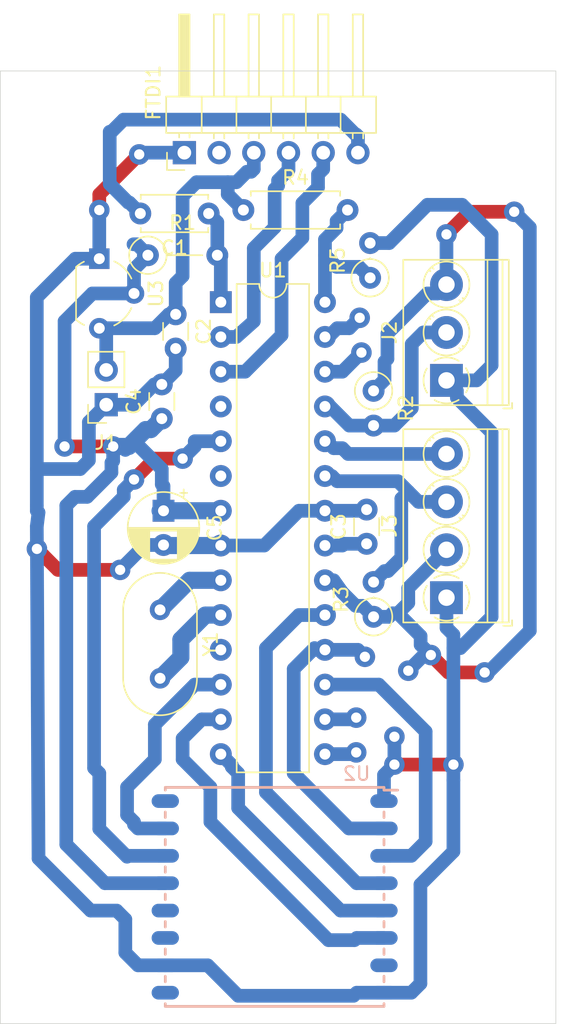
<source format=kicad_pcb>
(kicad_pcb (version 20171130) (host pcbnew 5.1.5-52549c5~84~ubuntu18.04.1)

  (general
    (thickness 1.6)
    (drawings 4)
    (tracks 329)
    (zones 0)
    (modules 20)
    (nets 22)
  )

  (page A4)
  (layers
    (0 F.Cu signal)
    (31 B.Cu signal)
    (32 B.Adhes user)
    (33 F.Adhes user)
    (34 B.Paste user)
    (35 F.Paste user)
    (36 B.SilkS user)
    (37 F.SilkS user)
    (38 B.Mask user)
    (39 F.Mask user)
    (40 Dwgs.User user)
    (41 Cmts.User user)
    (42 Eco1.User user)
    (43 Eco2.User user)
    (44 Edge.Cuts user)
    (45 Margin user)
    (46 B.CrtYd user)
    (47 F.CrtYd user)
    (48 B.Fab user)
    (49 F.Fab user)
  )

  (setup
    (last_trace_width 1)
    (user_trace_width 1)
    (user_trace_width 1.25)
    (user_trace_width 1.7)
    (trace_clearance 0.2)
    (zone_clearance 0.508)
    (zone_45_only no)
    (trace_min 0.2)
    (via_size 0.8)
    (via_drill 0.4)
    (via_min_size 0.4)
    (via_min_drill 0.3)
    (user_via 1 0.5)
    (user_via 1.5 0.75)
    (uvia_size 0.3)
    (uvia_drill 0.1)
    (uvias_allowed no)
    (uvia_min_size 0.2)
    (uvia_min_drill 0.1)
    (edge_width 0.05)
    (segment_width 0.2)
    (pcb_text_width 0.3)
    (pcb_text_size 1.5 1.5)
    (mod_edge_width 0.12)
    (mod_text_size 1 1)
    (mod_text_width 0.15)
    (pad_size 1.524 1.524)
    (pad_drill 0.762)
    (pad_to_mask_clearance 0.051)
    (solder_mask_min_width 0.25)
    (aux_axis_origin 0 0)
    (visible_elements FFFFFF7F)
    (pcbplotparams
      (layerselection 0x010fc_ffffffff)
      (usegerberextensions false)
      (usegerberattributes false)
      (usegerberadvancedattributes false)
      (creategerberjobfile false)
      (excludeedgelayer true)
      (linewidth 0.100000)
      (plotframeref false)
      (viasonmask false)
      (mode 1)
      (useauxorigin false)
      (hpglpennumber 1)
      (hpglpenspeed 20)
      (hpglpendiameter 15.000000)
      (psnegative false)
      (psa4output false)
      (plotreference true)
      (plotvalue true)
      (plotinvisibletext false)
      (padsonsilk false)
      (subtractmaskfromsilk false)
      (outputformat 1)
      (mirror false)
      (drillshape 1)
      (scaleselection 1)
      (outputdirectory ""))
  )

  (net 0 "")
  (net 1 "Net-(U1-Pad10)")
  (net 2 "Net-(U1-Pad9)")
  (net 3 GND)
  (net 4 "Net-(C1-Pad1)")
  (net 5 VCC)
  (net 6 SCK)
  (net 7 MISO)
  (net 8 MOSI)
  (net 9 "Net-(C3-Pad1)")
  (net 10 D6)
  (net 11 D3)
  (net 12 TX0)
  (net 13 RX0)
  (net 14 VIN)
  (net 15 D7)
  (net 16 "Net-(C1-Pad2)")
  (net 17 D8)
  (net 18 A0)
  (net 19 A1)
  (net 20 A5)
  (net 21 A2)

  (net_class Default "This is the default net class."
    (clearance 0.2)
    (trace_width 0.25)
    (via_dia 0.8)
    (via_drill 0.4)
    (uvia_dia 0.3)
    (uvia_drill 0.1)
    (add_net A0)
    (add_net A1)
    (add_net A2)
    (add_net A3)
    (add_net A4)
    (add_net A5)
    (add_net D2)
    (add_net D3)
    (add_net D4)
    (add_net D5)
    (add_net D6)
    (add_net D7)
    (add_net D8)
    (add_net GND)
    (add_net MISO)
    (add_net MOSI)
    (add_net "Net-(C1-Pad1)")
    (add_net "Net-(C1-Pad2)")
    (add_net "Net-(C3-Pad1)")
    (add_net "Net-(FTDI1-Pad2)")
    (add_net "Net-(U1-Pad10)")
    (add_net "Net-(U1-Pad9)")
    (add_net "Net-(U2-Pad11)")
    (add_net "Net-(U2-Pad12)")
    (add_net "Net-(U2-Pad16)")
    (add_net "Net-(U2-Pad7)")
    (add_net "Net-(U2-Pad9)")
    (add_net RX0)
    (add_net SCK)
    (add_net TX0)
    (add_net VCC)
    (add_net VIN)
  )

  (module Resistor_THT:R_Axial_DIN0207_L6.3mm_D2.5mm_P2.54mm_Vertical (layer F.Cu) (tedit 5AE5139B) (tstamp 5F2F3BEA)
    (at 136.652 77.597 90)
    (descr "Resistor, Axial_DIN0207 series, Axial, Vertical, pin pitch=2.54mm, 0.25W = 1/4W, length*diameter=6.3*2.5mm^2, http://cdn-reichelt.de/documents/datenblatt/B400/1_4W%23YAG.pdf")
    (tags "Resistor Axial_DIN0207 series Axial Vertical pin pitch 2.54mm 0.25W = 1/4W length 6.3mm diameter 2.5mm")
    (path /5F34520A)
    (fp_text reference R5 (at 1.27 -2.37 90) (layer F.SilkS)
      (effects (font (size 1 1) (thickness 0.15)))
    )
    (fp_text value 100K (at 1.27 2.37 90) (layer F.Fab)
      (effects (font (size 1 1) (thickness 0.15)))
    )
    (fp_text user %R (at 1.27 -2.37 90) (layer F.Fab)
      (effects (font (size 1 1) (thickness 0.15)))
    )
    (fp_line (start 3.59 -1.5) (end -1.5 -1.5) (layer F.CrtYd) (width 0.05))
    (fp_line (start 3.59 1.5) (end 3.59 -1.5) (layer F.CrtYd) (width 0.05))
    (fp_line (start -1.5 1.5) (end 3.59 1.5) (layer F.CrtYd) (width 0.05))
    (fp_line (start -1.5 -1.5) (end -1.5 1.5) (layer F.CrtYd) (width 0.05))
    (fp_line (start 1.37 0) (end 1.44 0) (layer F.SilkS) (width 0.12))
    (fp_line (start 0 0) (end 2.54 0) (layer F.Fab) (width 0.1))
    (fp_circle (center 0 0) (end 1.37 0) (layer F.SilkS) (width 0.12))
    (fp_circle (center 0 0) (end 1.25 0) (layer F.Fab) (width 0.1))
    (pad 2 thru_hole oval (at 2.54 0 90) (size 1.6 1.6) (drill 0.8) (layers *.Cu *.Mask)
      (net 3 GND))
    (pad 1 thru_hole circle (at 0 0 90) (size 1.6 1.6) (drill 0.8) (layers *.Cu *.Mask)
      (net 20 A5))
    (model ${KISYS3DMOD}/Resistor_THT.3dshapes/R_Axial_DIN0207_L6.3mm_D2.5mm_P2.54mm_Vertical.wrl
      (at (xyz 0 0 0))
      (scale (xyz 1 1 1))
      (rotate (xyz 0 0 0))
    )
  )

  (module Capacitor_THT:CP_Radial_D5.0mm_P2.50mm (layer F.Cu) (tedit 5AE50EF0) (tstamp 5F29D65A)
    (at 121.539 94.615 270)
    (descr "CP, Radial series, Radial, pin pitch=2.50mm, , diameter=5mm, Electrolytic Capacitor")
    (tags "CP Radial series Radial pin pitch 2.50mm  diameter 5mm Electrolytic Capacitor")
    (path /5F27CEC8)
    (fp_text reference C5 (at 1.25 -3.75 90) (layer F.SilkS)
      (effects (font (size 1 1) (thickness 0.15)))
    )
    (fp_text value 10u (at 1.25 3.75 90) (layer F.Fab)
      (effects (font (size 1 1) (thickness 0.15)))
    )
    (fp_text user %R (at 1.25 0 90) (layer F.Fab)
      (effects (font (size 1 1) (thickness 0.15)))
    )
    (fp_line (start -1.304775 -1.725) (end -1.304775 -1.225) (layer F.SilkS) (width 0.12))
    (fp_line (start -1.554775 -1.475) (end -1.054775 -1.475) (layer F.SilkS) (width 0.12))
    (fp_line (start 3.851 -0.284) (end 3.851 0.284) (layer F.SilkS) (width 0.12))
    (fp_line (start 3.811 -0.518) (end 3.811 0.518) (layer F.SilkS) (width 0.12))
    (fp_line (start 3.771 -0.677) (end 3.771 0.677) (layer F.SilkS) (width 0.12))
    (fp_line (start 3.731 -0.805) (end 3.731 0.805) (layer F.SilkS) (width 0.12))
    (fp_line (start 3.691 -0.915) (end 3.691 0.915) (layer F.SilkS) (width 0.12))
    (fp_line (start 3.651 -1.011) (end 3.651 1.011) (layer F.SilkS) (width 0.12))
    (fp_line (start 3.611 -1.098) (end 3.611 1.098) (layer F.SilkS) (width 0.12))
    (fp_line (start 3.571 -1.178) (end 3.571 1.178) (layer F.SilkS) (width 0.12))
    (fp_line (start 3.531 1.04) (end 3.531 1.251) (layer F.SilkS) (width 0.12))
    (fp_line (start 3.531 -1.251) (end 3.531 -1.04) (layer F.SilkS) (width 0.12))
    (fp_line (start 3.491 1.04) (end 3.491 1.319) (layer F.SilkS) (width 0.12))
    (fp_line (start 3.491 -1.319) (end 3.491 -1.04) (layer F.SilkS) (width 0.12))
    (fp_line (start 3.451 1.04) (end 3.451 1.383) (layer F.SilkS) (width 0.12))
    (fp_line (start 3.451 -1.383) (end 3.451 -1.04) (layer F.SilkS) (width 0.12))
    (fp_line (start 3.411 1.04) (end 3.411 1.443) (layer F.SilkS) (width 0.12))
    (fp_line (start 3.411 -1.443) (end 3.411 -1.04) (layer F.SilkS) (width 0.12))
    (fp_line (start 3.371 1.04) (end 3.371 1.5) (layer F.SilkS) (width 0.12))
    (fp_line (start 3.371 -1.5) (end 3.371 -1.04) (layer F.SilkS) (width 0.12))
    (fp_line (start 3.331 1.04) (end 3.331 1.554) (layer F.SilkS) (width 0.12))
    (fp_line (start 3.331 -1.554) (end 3.331 -1.04) (layer F.SilkS) (width 0.12))
    (fp_line (start 3.291 1.04) (end 3.291 1.605) (layer F.SilkS) (width 0.12))
    (fp_line (start 3.291 -1.605) (end 3.291 -1.04) (layer F.SilkS) (width 0.12))
    (fp_line (start 3.251 1.04) (end 3.251 1.653) (layer F.SilkS) (width 0.12))
    (fp_line (start 3.251 -1.653) (end 3.251 -1.04) (layer F.SilkS) (width 0.12))
    (fp_line (start 3.211 1.04) (end 3.211 1.699) (layer F.SilkS) (width 0.12))
    (fp_line (start 3.211 -1.699) (end 3.211 -1.04) (layer F.SilkS) (width 0.12))
    (fp_line (start 3.171 1.04) (end 3.171 1.743) (layer F.SilkS) (width 0.12))
    (fp_line (start 3.171 -1.743) (end 3.171 -1.04) (layer F.SilkS) (width 0.12))
    (fp_line (start 3.131 1.04) (end 3.131 1.785) (layer F.SilkS) (width 0.12))
    (fp_line (start 3.131 -1.785) (end 3.131 -1.04) (layer F.SilkS) (width 0.12))
    (fp_line (start 3.091 1.04) (end 3.091 1.826) (layer F.SilkS) (width 0.12))
    (fp_line (start 3.091 -1.826) (end 3.091 -1.04) (layer F.SilkS) (width 0.12))
    (fp_line (start 3.051 1.04) (end 3.051 1.864) (layer F.SilkS) (width 0.12))
    (fp_line (start 3.051 -1.864) (end 3.051 -1.04) (layer F.SilkS) (width 0.12))
    (fp_line (start 3.011 1.04) (end 3.011 1.901) (layer F.SilkS) (width 0.12))
    (fp_line (start 3.011 -1.901) (end 3.011 -1.04) (layer F.SilkS) (width 0.12))
    (fp_line (start 2.971 1.04) (end 2.971 1.937) (layer F.SilkS) (width 0.12))
    (fp_line (start 2.971 -1.937) (end 2.971 -1.04) (layer F.SilkS) (width 0.12))
    (fp_line (start 2.931 1.04) (end 2.931 1.971) (layer F.SilkS) (width 0.12))
    (fp_line (start 2.931 -1.971) (end 2.931 -1.04) (layer F.SilkS) (width 0.12))
    (fp_line (start 2.891 1.04) (end 2.891 2.004) (layer F.SilkS) (width 0.12))
    (fp_line (start 2.891 -2.004) (end 2.891 -1.04) (layer F.SilkS) (width 0.12))
    (fp_line (start 2.851 1.04) (end 2.851 2.035) (layer F.SilkS) (width 0.12))
    (fp_line (start 2.851 -2.035) (end 2.851 -1.04) (layer F.SilkS) (width 0.12))
    (fp_line (start 2.811 1.04) (end 2.811 2.065) (layer F.SilkS) (width 0.12))
    (fp_line (start 2.811 -2.065) (end 2.811 -1.04) (layer F.SilkS) (width 0.12))
    (fp_line (start 2.771 1.04) (end 2.771 2.095) (layer F.SilkS) (width 0.12))
    (fp_line (start 2.771 -2.095) (end 2.771 -1.04) (layer F.SilkS) (width 0.12))
    (fp_line (start 2.731 1.04) (end 2.731 2.122) (layer F.SilkS) (width 0.12))
    (fp_line (start 2.731 -2.122) (end 2.731 -1.04) (layer F.SilkS) (width 0.12))
    (fp_line (start 2.691 1.04) (end 2.691 2.149) (layer F.SilkS) (width 0.12))
    (fp_line (start 2.691 -2.149) (end 2.691 -1.04) (layer F.SilkS) (width 0.12))
    (fp_line (start 2.651 1.04) (end 2.651 2.175) (layer F.SilkS) (width 0.12))
    (fp_line (start 2.651 -2.175) (end 2.651 -1.04) (layer F.SilkS) (width 0.12))
    (fp_line (start 2.611 1.04) (end 2.611 2.2) (layer F.SilkS) (width 0.12))
    (fp_line (start 2.611 -2.2) (end 2.611 -1.04) (layer F.SilkS) (width 0.12))
    (fp_line (start 2.571 1.04) (end 2.571 2.224) (layer F.SilkS) (width 0.12))
    (fp_line (start 2.571 -2.224) (end 2.571 -1.04) (layer F.SilkS) (width 0.12))
    (fp_line (start 2.531 1.04) (end 2.531 2.247) (layer F.SilkS) (width 0.12))
    (fp_line (start 2.531 -2.247) (end 2.531 -1.04) (layer F.SilkS) (width 0.12))
    (fp_line (start 2.491 1.04) (end 2.491 2.268) (layer F.SilkS) (width 0.12))
    (fp_line (start 2.491 -2.268) (end 2.491 -1.04) (layer F.SilkS) (width 0.12))
    (fp_line (start 2.451 1.04) (end 2.451 2.29) (layer F.SilkS) (width 0.12))
    (fp_line (start 2.451 -2.29) (end 2.451 -1.04) (layer F.SilkS) (width 0.12))
    (fp_line (start 2.411 1.04) (end 2.411 2.31) (layer F.SilkS) (width 0.12))
    (fp_line (start 2.411 -2.31) (end 2.411 -1.04) (layer F.SilkS) (width 0.12))
    (fp_line (start 2.371 1.04) (end 2.371 2.329) (layer F.SilkS) (width 0.12))
    (fp_line (start 2.371 -2.329) (end 2.371 -1.04) (layer F.SilkS) (width 0.12))
    (fp_line (start 2.331 1.04) (end 2.331 2.348) (layer F.SilkS) (width 0.12))
    (fp_line (start 2.331 -2.348) (end 2.331 -1.04) (layer F.SilkS) (width 0.12))
    (fp_line (start 2.291 1.04) (end 2.291 2.365) (layer F.SilkS) (width 0.12))
    (fp_line (start 2.291 -2.365) (end 2.291 -1.04) (layer F.SilkS) (width 0.12))
    (fp_line (start 2.251 1.04) (end 2.251 2.382) (layer F.SilkS) (width 0.12))
    (fp_line (start 2.251 -2.382) (end 2.251 -1.04) (layer F.SilkS) (width 0.12))
    (fp_line (start 2.211 1.04) (end 2.211 2.398) (layer F.SilkS) (width 0.12))
    (fp_line (start 2.211 -2.398) (end 2.211 -1.04) (layer F.SilkS) (width 0.12))
    (fp_line (start 2.171 1.04) (end 2.171 2.414) (layer F.SilkS) (width 0.12))
    (fp_line (start 2.171 -2.414) (end 2.171 -1.04) (layer F.SilkS) (width 0.12))
    (fp_line (start 2.131 1.04) (end 2.131 2.428) (layer F.SilkS) (width 0.12))
    (fp_line (start 2.131 -2.428) (end 2.131 -1.04) (layer F.SilkS) (width 0.12))
    (fp_line (start 2.091 1.04) (end 2.091 2.442) (layer F.SilkS) (width 0.12))
    (fp_line (start 2.091 -2.442) (end 2.091 -1.04) (layer F.SilkS) (width 0.12))
    (fp_line (start 2.051 1.04) (end 2.051 2.455) (layer F.SilkS) (width 0.12))
    (fp_line (start 2.051 -2.455) (end 2.051 -1.04) (layer F.SilkS) (width 0.12))
    (fp_line (start 2.011 1.04) (end 2.011 2.468) (layer F.SilkS) (width 0.12))
    (fp_line (start 2.011 -2.468) (end 2.011 -1.04) (layer F.SilkS) (width 0.12))
    (fp_line (start 1.971 1.04) (end 1.971 2.48) (layer F.SilkS) (width 0.12))
    (fp_line (start 1.971 -2.48) (end 1.971 -1.04) (layer F.SilkS) (width 0.12))
    (fp_line (start 1.93 1.04) (end 1.93 2.491) (layer F.SilkS) (width 0.12))
    (fp_line (start 1.93 -2.491) (end 1.93 -1.04) (layer F.SilkS) (width 0.12))
    (fp_line (start 1.89 1.04) (end 1.89 2.501) (layer F.SilkS) (width 0.12))
    (fp_line (start 1.89 -2.501) (end 1.89 -1.04) (layer F.SilkS) (width 0.12))
    (fp_line (start 1.85 1.04) (end 1.85 2.511) (layer F.SilkS) (width 0.12))
    (fp_line (start 1.85 -2.511) (end 1.85 -1.04) (layer F.SilkS) (width 0.12))
    (fp_line (start 1.81 1.04) (end 1.81 2.52) (layer F.SilkS) (width 0.12))
    (fp_line (start 1.81 -2.52) (end 1.81 -1.04) (layer F.SilkS) (width 0.12))
    (fp_line (start 1.77 1.04) (end 1.77 2.528) (layer F.SilkS) (width 0.12))
    (fp_line (start 1.77 -2.528) (end 1.77 -1.04) (layer F.SilkS) (width 0.12))
    (fp_line (start 1.73 1.04) (end 1.73 2.536) (layer F.SilkS) (width 0.12))
    (fp_line (start 1.73 -2.536) (end 1.73 -1.04) (layer F.SilkS) (width 0.12))
    (fp_line (start 1.69 1.04) (end 1.69 2.543) (layer F.SilkS) (width 0.12))
    (fp_line (start 1.69 -2.543) (end 1.69 -1.04) (layer F.SilkS) (width 0.12))
    (fp_line (start 1.65 1.04) (end 1.65 2.55) (layer F.SilkS) (width 0.12))
    (fp_line (start 1.65 -2.55) (end 1.65 -1.04) (layer F.SilkS) (width 0.12))
    (fp_line (start 1.61 1.04) (end 1.61 2.556) (layer F.SilkS) (width 0.12))
    (fp_line (start 1.61 -2.556) (end 1.61 -1.04) (layer F.SilkS) (width 0.12))
    (fp_line (start 1.57 1.04) (end 1.57 2.561) (layer F.SilkS) (width 0.12))
    (fp_line (start 1.57 -2.561) (end 1.57 -1.04) (layer F.SilkS) (width 0.12))
    (fp_line (start 1.53 1.04) (end 1.53 2.565) (layer F.SilkS) (width 0.12))
    (fp_line (start 1.53 -2.565) (end 1.53 -1.04) (layer F.SilkS) (width 0.12))
    (fp_line (start 1.49 1.04) (end 1.49 2.569) (layer F.SilkS) (width 0.12))
    (fp_line (start 1.49 -2.569) (end 1.49 -1.04) (layer F.SilkS) (width 0.12))
    (fp_line (start 1.45 -2.573) (end 1.45 2.573) (layer F.SilkS) (width 0.12))
    (fp_line (start 1.41 -2.576) (end 1.41 2.576) (layer F.SilkS) (width 0.12))
    (fp_line (start 1.37 -2.578) (end 1.37 2.578) (layer F.SilkS) (width 0.12))
    (fp_line (start 1.33 -2.579) (end 1.33 2.579) (layer F.SilkS) (width 0.12))
    (fp_line (start 1.29 -2.58) (end 1.29 2.58) (layer F.SilkS) (width 0.12))
    (fp_line (start 1.25 -2.58) (end 1.25 2.58) (layer F.SilkS) (width 0.12))
    (fp_line (start -0.633605 -1.3375) (end -0.633605 -0.8375) (layer F.Fab) (width 0.1))
    (fp_line (start -0.883605 -1.0875) (end -0.383605 -1.0875) (layer F.Fab) (width 0.1))
    (fp_circle (center 1.25 0) (end 4 0) (layer F.CrtYd) (width 0.05))
    (fp_circle (center 1.25 0) (end 3.87 0) (layer F.SilkS) (width 0.12))
    (fp_circle (center 1.25 0) (end 3.75 0) (layer F.Fab) (width 0.1))
    (pad 2 thru_hole circle (at 2.5 0 270) (size 1.6 1.6) (drill 0.8) (layers *.Cu *.Mask)
      (net 3 GND))
    (pad 1 thru_hole rect (at 0 0 270) (size 1.6 1.6) (drill 0.8) (layers *.Cu *.Mask)
      (net 5 VCC))
    (model ${KISYS3DMOD}/Capacitor_THT.3dshapes/CP_Radial_D5.0mm_P2.50mm.wrl
      (at (xyz 0 0 0))
      (scale (xyz 1 1 1))
      (rotate (xyz 0 0 0))
    )
  )

  (module Capacitor_THT:C_Disc_D4.7mm_W2.5mm_P5.00mm (layer F.Cu) (tedit 5AE50EF0) (tstamp 5F2FBD66)
    (at 124.841 72.898 180)
    (descr "C, Disc series, Radial, pin pitch=5.00mm, , diameter*width=4.7*2.5mm^2, Capacitor, http://www.vishay.com/docs/45233/krseries.pdf")
    (tags "C Disc series Radial pin pitch 5.00mm  diameter 4.7mm width 2.5mm Capacitor")
    (path /5F26DE4A)
    (fp_text reference C1 (at 2.5 -2.5) (layer F.SilkS)
      (effects (font (size 1 1) (thickness 0.15)))
    )
    (fp_text value 0.1u (at 2.5 2.5) (layer F.Fab)
      (effects (font (size 1 1) (thickness 0.15)))
    )
    (fp_text user %R (at 2.5 0) (layer F.Fab)
      (effects (font (size 0.94 0.94) (thickness 0.141)))
    )
    (fp_line (start 6.05 -1.5) (end -1.05 -1.5) (layer F.CrtYd) (width 0.05))
    (fp_line (start 6.05 1.5) (end 6.05 -1.5) (layer F.CrtYd) (width 0.05))
    (fp_line (start -1.05 1.5) (end 6.05 1.5) (layer F.CrtYd) (width 0.05))
    (fp_line (start -1.05 -1.5) (end -1.05 1.5) (layer F.CrtYd) (width 0.05))
    (fp_line (start 4.97 1.055) (end 4.97 1.37) (layer F.SilkS) (width 0.12))
    (fp_line (start 4.97 -1.37) (end 4.97 -1.055) (layer F.SilkS) (width 0.12))
    (fp_line (start 0.03 1.055) (end 0.03 1.37) (layer F.SilkS) (width 0.12))
    (fp_line (start 0.03 -1.37) (end 0.03 -1.055) (layer F.SilkS) (width 0.12))
    (fp_line (start 0.03 1.37) (end 4.97 1.37) (layer F.SilkS) (width 0.12))
    (fp_line (start 0.03 -1.37) (end 4.97 -1.37) (layer F.SilkS) (width 0.12))
    (fp_line (start 4.85 -1.25) (end 0.15 -1.25) (layer F.Fab) (width 0.1))
    (fp_line (start 4.85 1.25) (end 4.85 -1.25) (layer F.Fab) (width 0.1))
    (fp_line (start 0.15 1.25) (end 4.85 1.25) (layer F.Fab) (width 0.1))
    (fp_line (start 0.15 -1.25) (end 0.15 1.25) (layer F.Fab) (width 0.1))
    (pad 2 thru_hole circle (at 5 0 180) (size 1.6 1.6) (drill 0.8) (layers *.Cu *.Mask)
      (net 16 "Net-(C1-Pad2)"))
    (pad 1 thru_hole circle (at 0 0 180) (size 1.6 1.6) (drill 0.8) (layers *.Cu *.Mask)
      (net 4 "Net-(C1-Pad1)"))
    (model ${KISYS3DMOD}/Capacitor_THT.3dshapes/C_Disc_D4.7mm_W2.5mm_P5.00mm.wrl
      (at (xyz 0 0 0))
      (scale (xyz 1 1 1))
      (rotate (xyz 0 0 0))
    )
  )

  (module Resistor_THT:R_Axial_DIN0207_L6.3mm_D2.5mm_P7.62mm_Horizontal (layer F.Cu) (tedit 5AE5139B) (tstamp 5F2F4D74)
    (at 127.381 72.644)
    (descr "Resistor, Axial_DIN0207 series, Axial, Horizontal, pin pitch=7.62mm, 0.25W = 1/4W, length*diameter=6.3*2.5mm^2, http://cdn-reichelt.de/documents/datenblatt/B400/1_4W%23YAG.pdf")
    (tags "Resistor Axial_DIN0207 series Axial Horizontal pin pitch 7.62mm 0.25W = 1/4W length 6.3mm diameter 2.5mm")
    (path /5F3431B9)
    (fp_text reference R4 (at 3.81 -2.37) (layer F.SilkS)
      (effects (font (size 1 1) (thickness 0.15)))
    )
    (fp_text value 100K (at 3.81 2.37) (layer F.Fab)
      (effects (font (size 1 1) (thickness 0.15)))
    )
    (fp_text user %R (at 3.81 0) (layer F.Fab)
      (effects (font (size 1 1) (thickness 0.15)))
    )
    (fp_line (start 8.67 -1.5) (end -1.05 -1.5) (layer F.CrtYd) (width 0.05))
    (fp_line (start 8.67 1.5) (end 8.67 -1.5) (layer F.CrtYd) (width 0.05))
    (fp_line (start -1.05 1.5) (end 8.67 1.5) (layer F.CrtYd) (width 0.05))
    (fp_line (start -1.05 -1.5) (end -1.05 1.5) (layer F.CrtYd) (width 0.05))
    (fp_line (start 7.08 1.37) (end 7.08 1.04) (layer F.SilkS) (width 0.12))
    (fp_line (start 0.54 1.37) (end 7.08 1.37) (layer F.SilkS) (width 0.12))
    (fp_line (start 0.54 1.04) (end 0.54 1.37) (layer F.SilkS) (width 0.12))
    (fp_line (start 7.08 -1.37) (end 7.08 -1.04) (layer F.SilkS) (width 0.12))
    (fp_line (start 0.54 -1.37) (end 7.08 -1.37) (layer F.SilkS) (width 0.12))
    (fp_line (start 0.54 -1.04) (end 0.54 -1.37) (layer F.SilkS) (width 0.12))
    (fp_line (start 7.62 0) (end 6.96 0) (layer F.Fab) (width 0.1))
    (fp_line (start 0 0) (end 0.66 0) (layer F.Fab) (width 0.1))
    (fp_line (start 6.96 -1.25) (end 0.66 -1.25) (layer F.Fab) (width 0.1))
    (fp_line (start 6.96 1.25) (end 6.96 -1.25) (layer F.Fab) (width 0.1))
    (fp_line (start 0.66 1.25) (end 6.96 1.25) (layer F.Fab) (width 0.1))
    (fp_line (start 0.66 -1.25) (end 0.66 1.25) (layer F.Fab) (width 0.1))
    (pad 2 thru_hole oval (at 7.62 0) (size 1.6 1.6) (drill 0.8) (layers *.Cu *.Mask)
      (net 20 A5))
    (pad 1 thru_hole circle (at 0 0) (size 1.6 1.6) (drill 0.8) (layers *.Cu *.Mask)
      (net 14 VIN))
    (model ${KISYS3DMOD}/Resistor_THT.3dshapes/R_Axial_DIN0207_L6.3mm_D2.5mm_P7.62mm_Horizontal.wrl
      (at (xyz 0 0 0))
      (scale (xyz 1 1 1))
      (rotate (xyz 0 0 0))
    )
  )

  (module Resistor_THT:R_Axial_DIN0207_L6.3mm_D2.5mm_P5.08mm_Vertical (layer F.Cu) (tedit 5AE5139B) (tstamp 5F2BA60D)
    (at 120.396 75.946)
    (descr "Resistor, Axial_DIN0207 series, Axial, Vertical, pin pitch=5.08mm, 0.25W = 1/4W, length*diameter=6.3*2.5mm^2, http://cdn-reichelt.de/documents/datenblatt/B400/1_4W%23YAG.pdf")
    (tags "Resistor Axial_DIN0207 series Axial Vertical pin pitch 5.08mm 0.25W = 1/4W length 6.3mm diameter 2.5mm")
    (path /5F264975)
    (fp_text reference R1 (at 2.54 -2.37) (layer F.SilkS)
      (effects (font (size 1 1) (thickness 0.15)))
    )
    (fp_text value 10K (at 2.54 2.37) (layer F.Fab)
      (effects (font (size 1 1) (thickness 0.15)))
    )
    (fp_text user %R (at 2.54 -2.37) (layer F.Fab)
      (effects (font (size 1 1) (thickness 0.15)))
    )
    (fp_line (start 6.13 -1.5) (end -1.5 -1.5) (layer F.CrtYd) (width 0.05))
    (fp_line (start 6.13 1.5) (end 6.13 -1.5) (layer F.CrtYd) (width 0.05))
    (fp_line (start -1.5 1.5) (end 6.13 1.5) (layer F.CrtYd) (width 0.05))
    (fp_line (start -1.5 -1.5) (end -1.5 1.5) (layer F.CrtYd) (width 0.05))
    (fp_line (start 1.37 0) (end 3.98 0) (layer F.SilkS) (width 0.12))
    (fp_line (start 0 0) (end 5.08 0) (layer F.Fab) (width 0.1))
    (fp_circle (center 0 0) (end 1.37 0) (layer F.SilkS) (width 0.12))
    (fp_circle (center 0 0) (end 1.25 0) (layer F.Fab) (width 0.1))
    (pad 2 thru_hole oval (at 5.08 0) (size 1.6 1.6) (drill 0.8) (layers *.Cu *.Mask)
      (net 4 "Net-(C1-Pad1)"))
    (pad 1 thru_hole circle (at 0 0) (size 1.6 1.6) (drill 0.8) (layers *.Cu *.Mask)
      (net 5 VCC))
    (model ${KISYS3DMOD}/Resistor_THT.3dshapes/R_Axial_DIN0207_L6.3mm_D2.5mm_P5.08mm_Vertical.wrl
      (at (xyz 0 0 0))
      (scale (xyz 1 1 1))
      (rotate (xyz 0 0 0))
    )
  )

  (module Crystal:Resonator-2Pin_W10.0mm_H5.0mm (layer F.Cu) (tedit 5A0FD1B2) (tstamp 5F2EFC41)
    (at 121.285 101.854 270)
    (descr "Ceramic Resomator/Filter 10.0x5.0 RedFrequency MG/MT/MX series, http://www.red-frequency.com/download/datenblatt/redfrequency-datenblatt-ir-zta.pdf, length*width=10.0x5.0mm^2 package, package length=10.0mm, package width=5.0mm, 2 pins")
    (tags "THT ceramic resonator filter")
    (path /5F2FF1D5)
    (fp_text reference Y1 (at 2.5 -3.7 90) (layer F.SilkS)
      (effects (font (size 1 1) (thickness 0.15)))
    )
    (fp_text value Crystal (at 2.5 3.7 90) (layer F.Fab)
      (effects (font (size 1 1) (thickness 0.15)))
    )
    (fp_arc (start 5 0) (end 5 -2.7) (angle 180) (layer F.SilkS) (width 0.12))
    (fp_arc (start 0 0) (end 0 -2.7) (angle -180) (layer F.SilkS) (width 0.12))
    (fp_arc (start 5 0) (end 5 -2.5) (angle 180) (layer F.Fab) (width 0.1))
    (fp_arc (start 0 0) (end 0 -2.5) (angle -180) (layer F.Fab) (width 0.1))
    (fp_arc (start 5 0) (end 5 -2.5) (angle 180) (layer F.Fab) (width 0.1))
    (fp_arc (start 0 0) (end 0 -2.5) (angle -180) (layer F.Fab) (width 0.1))
    (fp_line (start 8 -3) (end -3 -3) (layer F.CrtYd) (width 0.05))
    (fp_line (start 8 3) (end 8 -3) (layer F.CrtYd) (width 0.05))
    (fp_line (start -3 3) (end 8 3) (layer F.CrtYd) (width 0.05))
    (fp_line (start -3 -3) (end -3 3) (layer F.CrtYd) (width 0.05))
    (fp_line (start 0 2.7) (end 5 2.7) (layer F.SilkS) (width 0.12))
    (fp_line (start 0 -2.7) (end 5 -2.7) (layer F.SilkS) (width 0.12))
    (fp_line (start 0 2.5) (end 5 2.5) (layer F.Fab) (width 0.1))
    (fp_line (start 0 -2.5) (end 5 -2.5) (layer F.Fab) (width 0.1))
    (fp_line (start 0 2.5) (end 5 2.5) (layer F.Fab) (width 0.1))
    (fp_line (start 0 -2.5) (end 5 -2.5) (layer F.Fab) (width 0.1))
    (fp_text user %R (at 2.5 0 90) (layer F.Fab)
      (effects (font (size 1 1) (thickness 0.15)))
    )
    (pad 2 thru_hole circle (at 5 0 270) (size 1.5 1.5) (drill 0.8) (layers *.Cu *.Mask)
      (net 1 "Net-(U1-Pad10)"))
    (pad 1 thru_hole circle (at 0 0 270) (size 1.5 1.5) (drill 0.8) (layers *.Cu *.Mask)
      (net 2 "Net-(U1-Pad9)"))
    (model ${KISYS3DMOD}/Crystal.3dshapes/Resonator-2Pin_W10.0mm_H5.0mm.wrl
      (at (xyz 0 0 0))
      (scale (xyz 1 1 1))
      (rotate (xyz 0 0 0))
    )
  )

  (module Package_DIP:DIP-28_W7.62mm (layer F.Cu) (tedit 5A02E8C5) (tstamp 5F2EFE01)
    (at 125.73 79.375)
    (descr "28-lead though-hole mounted DIP package, row spacing 7.62 mm (300 mils)")
    (tags "THT DIP DIL PDIP 2.54mm 7.62mm 300mil")
    (path /5F2F45E8)
    (fp_text reference U1 (at 3.81 -2.33) (layer F.SilkS)
      (effects (font (size 1 1) (thickness 0.15)))
    )
    (fp_text value ATmega328P-PU-C (at 3.81 35.35) (layer F.Fab)
      (effects (font (size 1 1) (thickness 0.15)))
    )
    (fp_text user %R (at 3.81 16.51) (layer F.Fab)
      (effects (font (size 1 1) (thickness 0.15)))
    )
    (fp_line (start 8.7 -1.55) (end -1.1 -1.55) (layer F.CrtYd) (width 0.05))
    (fp_line (start 8.7 34.55) (end 8.7 -1.55) (layer F.CrtYd) (width 0.05))
    (fp_line (start -1.1 34.55) (end 8.7 34.55) (layer F.CrtYd) (width 0.05))
    (fp_line (start -1.1 -1.55) (end -1.1 34.55) (layer F.CrtYd) (width 0.05))
    (fp_line (start 6.46 -1.33) (end 4.81 -1.33) (layer F.SilkS) (width 0.12))
    (fp_line (start 6.46 34.35) (end 6.46 -1.33) (layer F.SilkS) (width 0.12))
    (fp_line (start 1.16 34.35) (end 6.46 34.35) (layer F.SilkS) (width 0.12))
    (fp_line (start 1.16 -1.33) (end 1.16 34.35) (layer F.SilkS) (width 0.12))
    (fp_line (start 2.81 -1.33) (end 1.16 -1.33) (layer F.SilkS) (width 0.12))
    (fp_line (start 0.635 -0.27) (end 1.635 -1.27) (layer F.Fab) (width 0.1))
    (fp_line (start 0.635 34.29) (end 0.635 -0.27) (layer F.Fab) (width 0.1))
    (fp_line (start 6.985 34.29) (end 0.635 34.29) (layer F.Fab) (width 0.1))
    (fp_line (start 6.985 -1.27) (end 6.985 34.29) (layer F.Fab) (width 0.1))
    (fp_line (start 1.635 -1.27) (end 6.985 -1.27) (layer F.Fab) (width 0.1))
    (fp_arc (start 3.81 -1.33) (end 2.81 -1.33) (angle -180) (layer F.SilkS) (width 0.12))
    (pad 28 thru_hole oval (at 7.62 0) (size 1.6 1.6) (drill 0.8) (layers *.Cu *.Mask)
      (net 20 A5))
    (pad 14 thru_hole oval (at 0 33.02) (size 1.6 1.6) (drill 0.8) (layers *.Cu *.Mask)
      (net 17 D8))
    (pad 27 thru_hole oval (at 7.62 2.54) (size 1.6 1.6) (drill 0.8) (layers *.Cu *.Mask))
    (pad 13 thru_hole oval (at 0 30.48) (size 1.6 1.6) (drill 0.8) (layers *.Cu *.Mask)
      (net 15 D7))
    (pad 26 thru_hole oval (at 7.62 5.08) (size 1.6 1.6) (drill 0.8) (layers *.Cu *.Mask))
    (pad 12 thru_hole oval (at 0 27.94) (size 1.6 1.6) (drill 0.8) (layers *.Cu *.Mask)
      (net 10 D6))
    (pad 25 thru_hole oval (at 7.62 7.62) (size 1.6 1.6) (drill 0.8) (layers *.Cu *.Mask)
      (net 21 A2))
    (pad 11 thru_hole oval (at 0 25.4) (size 1.6 1.6) (drill 0.8) (layers *.Cu *.Mask))
    (pad 24 thru_hole oval (at 7.62 10.16) (size 1.6 1.6) (drill 0.8) (layers *.Cu *.Mask)
      (net 19 A1))
    (pad 10 thru_hole oval (at 0 22.86) (size 1.6 1.6) (drill 0.8) (layers *.Cu *.Mask)
      (net 1 "Net-(U1-Pad10)"))
    (pad 23 thru_hole oval (at 7.62 12.7) (size 1.6 1.6) (drill 0.8) (layers *.Cu *.Mask)
      (net 18 A0))
    (pad 9 thru_hole oval (at 0 20.32) (size 1.6 1.6) (drill 0.8) (layers *.Cu *.Mask)
      (net 2 "Net-(U1-Pad9)"))
    (pad 22 thru_hole oval (at 7.62 15.24) (size 1.6 1.6) (drill 0.8) (layers *.Cu *.Mask)
      (net 3 GND))
    (pad 8 thru_hole oval (at 0 17.78) (size 1.6 1.6) (drill 0.8) (layers *.Cu *.Mask)
      (net 3 GND))
    (pad 21 thru_hole oval (at 7.62 17.78) (size 1.6 1.6) (drill 0.8) (layers *.Cu *.Mask)
      (net 9 "Net-(C3-Pad1)"))
    (pad 7 thru_hole oval (at 0 15.24) (size 1.6 1.6) (drill 0.8) (layers *.Cu *.Mask)
      (net 5 VCC))
    (pad 20 thru_hole oval (at 7.62 20.32) (size 1.6 1.6) (drill 0.8) (layers *.Cu *.Mask)
      (net 5 VCC))
    (pad 6 thru_hole oval (at 0 12.7) (size 1.6 1.6) (drill 0.8) (layers *.Cu *.Mask))
    (pad 19 thru_hole oval (at 7.62 22.86) (size 1.6 1.6) (drill 0.8) (layers *.Cu *.Mask)
      (net 6 SCK))
    (pad 5 thru_hole oval (at 0 10.16) (size 1.6 1.6) (drill 0.8) (layers *.Cu *.Mask)
      (net 11 D3))
    (pad 18 thru_hole oval (at 7.62 25.4) (size 1.6 1.6) (drill 0.8) (layers *.Cu *.Mask)
      (net 7 MISO))
    (pad 4 thru_hole oval (at 0 7.62) (size 1.6 1.6) (drill 0.8) (layers *.Cu *.Mask))
    (pad 17 thru_hole oval (at 7.62 27.94) (size 1.6 1.6) (drill 0.8) (layers *.Cu *.Mask)
      (net 8 MOSI))
    (pad 3 thru_hole oval (at 0 5.08) (size 1.6 1.6) (drill 0.8) (layers *.Cu *.Mask)
      (net 12 TX0))
    (pad 16 thru_hole oval (at 7.62 30.48) (size 1.6 1.6) (drill 0.8) (layers *.Cu *.Mask))
    (pad 2 thru_hole oval (at 0 2.54) (size 1.6 1.6) (drill 0.8) (layers *.Cu *.Mask)
      (net 13 RX0))
    (pad 15 thru_hole oval (at 7.62 33.02) (size 1.6 1.6) (drill 0.8) (layers *.Cu *.Mask))
    (pad 1 thru_hole rect (at 0 0) (size 1.6 1.6) (drill 0.8) (layers *.Cu *.Mask)
      (net 4 "Net-(C1-Pad1)"))
    (model ${KISYS3DMOD}/Package_DIP.3dshapes/DIP-28_W7.62mm.wrl
      (at (xyz 0 0 0))
      (scale (xyz 1 1 1))
      (rotate (xyz 0 0 0))
    )
  )

  (module Resistor_THT:R_Axial_DIN0207_L6.3mm_D2.5mm_P2.54mm_Vertical (layer F.Cu) (tedit 5AE5139B) (tstamp 5F2C220B)
    (at 136.906 102.362 90)
    (descr "Resistor, Axial_DIN0207 series, Axial, Vertical, pin pitch=2.54mm, 0.25W = 1/4W, length*diameter=6.3*2.5mm^2, http://cdn-reichelt.de/documents/datenblatt/B400/1_4W%23YAG.pdf")
    (tags "Resistor Axial_DIN0207 series Axial Vertical pin pitch 2.54mm 0.25W = 1/4W length 6.3mm diameter 2.5mm")
    (path /5F334BCF)
    (fp_text reference R3 (at 1.27 -2.37 90) (layer F.SilkS)
      (effects (font (size 1 1) (thickness 0.15)))
    )
    (fp_text value 10K (at 1.27 2.37 90) (layer F.Fab)
      (effects (font (size 1 1) (thickness 0.15)))
    )
    (fp_text user %R (at 1.27 -2.37 90) (layer F.Fab)
      (effects (font (size 1 1) (thickness 0.15)))
    )
    (fp_line (start 3.59 -1.5) (end -1.5 -1.5) (layer F.CrtYd) (width 0.05))
    (fp_line (start 3.59 1.5) (end 3.59 -1.5) (layer F.CrtYd) (width 0.05))
    (fp_line (start -1.5 1.5) (end 3.59 1.5) (layer F.CrtYd) (width 0.05))
    (fp_line (start -1.5 -1.5) (end -1.5 1.5) (layer F.CrtYd) (width 0.05))
    (fp_line (start 1.37 0) (end 1.44 0) (layer F.SilkS) (width 0.12))
    (fp_line (start 0 0) (end 2.54 0) (layer F.Fab) (width 0.1))
    (fp_circle (center 0 0) (end 1.37 0) (layer F.SilkS) (width 0.12))
    (fp_circle (center 0 0) (end 1.25 0) (layer F.Fab) (width 0.1))
    (pad 2 thru_hole oval (at 2.54 0 90) (size 1.6 1.6) (drill 0.8) (layers *.Cu *.Mask)
      (net 18 A0))
    (pad 1 thru_hole circle (at 0 0 90) (size 1.6 1.6) (drill 0.8) (layers *.Cu *.Mask)
      (net 5 VCC))
    (model ${KISYS3DMOD}/Resistor_THT.3dshapes/R_Axial_DIN0207_L6.3mm_D2.5mm_P2.54mm_Vertical.wrl
      (at (xyz 0 0 0))
      (scale (xyz 1 1 1))
      (rotate (xyz 0 0 0))
    )
  )

  (module Resistor_THT:R_Axial_DIN0207_L6.3mm_D2.5mm_P2.54mm_Vertical (layer F.Cu) (tedit 5AE5139B) (tstamp 5F2F098A)
    (at 136.906 85.852 270)
    (descr "Resistor, Axial_DIN0207 series, Axial, Vertical, pin pitch=2.54mm, 0.25W = 1/4W, length*diameter=6.3*2.5mm^2, http://cdn-reichelt.de/documents/datenblatt/B400/1_4W%23YAG.pdf")
    (tags "Resistor Axial_DIN0207 series Axial Vertical pin pitch 2.54mm 0.25W = 1/4W length 6.3mm diameter 2.5mm")
    (path /5F322886)
    (fp_text reference R2 (at 1.27 -2.37 90) (layer F.SilkS)
      (effects (font (size 1 1) (thickness 0.15)))
    )
    (fp_text value 10K (at 1.27 2.37 90) (layer F.Fab)
      (effects (font (size 1 1) (thickness 0.15)))
    )
    (fp_text user %R (at 1.27 -2.37 90) (layer F.Fab)
      (effects (font (size 1 1) (thickness 0.15)))
    )
    (fp_line (start 3.59 -1.5) (end -1.5 -1.5) (layer F.CrtYd) (width 0.05))
    (fp_line (start 3.59 1.5) (end 3.59 -1.5) (layer F.CrtYd) (width 0.05))
    (fp_line (start -1.5 1.5) (end 3.59 1.5) (layer F.CrtYd) (width 0.05))
    (fp_line (start -1.5 -1.5) (end -1.5 1.5) (layer F.CrtYd) (width 0.05))
    (fp_line (start 1.37 0) (end 1.44 0) (layer F.SilkS) (width 0.12))
    (fp_line (start 0 0) (end 2.54 0) (layer F.Fab) (width 0.1))
    (fp_circle (center 0 0) (end 1.37 0) (layer F.SilkS) (width 0.12))
    (fp_circle (center 0 0) (end 1.25 0) (layer F.Fab) (width 0.1))
    (pad 2 thru_hole oval (at 2.54 0 270) (size 1.6 1.6) (drill 0.8) (layers *.Cu *.Mask)
      (net 21 A2))
    (pad 1 thru_hole circle (at 0 0 270) (size 1.6 1.6) (drill 0.8) (layers *.Cu *.Mask)
      (net 5 VCC))
    (model ${KISYS3DMOD}/Resistor_THT.3dshapes/R_Axial_DIN0207_L6.3mm_D2.5mm_P2.54mm_Vertical.wrl
      (at (xyz 0 0 0))
      (scale (xyz 1 1 1))
      (rotate (xyz 0 0 0))
    )
  )

  (module TerminalBlock_Phoenix:TerminalBlock_Phoenix_PT-1,5-4-3.5-H_1x04_P3.50mm_Horizontal (layer F.Cu) (tedit 5B294F40) (tstamp 5F2BCA29)
    (at 142.24 100.965 90)
    (descr "Terminal Block Phoenix PT-1,5-4-3.5-H, 4 pins, pitch 3.5mm, size 14x7.6mm^2, drill diamater 1.2mm, pad diameter 2.4mm, see , script-generated using https://github.com/pointhi/kicad-footprint-generator/scripts/TerminalBlock_Phoenix")
    (tags "THT Terminal Block Phoenix PT-1,5-4-3.5-H pitch 3.5mm size 14x7.6mm^2 drill 1.2mm pad 2.4mm")
    (path /5F312484)
    (fp_text reference J3 (at 5.25 -4.16 90) (layer F.SilkS)
      (effects (font (size 1 1) (thickness 0.15)))
    )
    (fp_text value Screw_Terminal_01x04 (at 5.25 5.56 90) (layer F.Fab)
      (effects (font (size 1 1) (thickness 0.15)))
    )
    (fp_text user %R (at 5.25 2.4 90) (layer F.Fab)
      (effects (font (size 1 1) (thickness 0.15)))
    )
    (fp_line (start 12.75 -3.6) (end -2.25 -3.6) (layer F.CrtYd) (width 0.05))
    (fp_line (start 12.75 5) (end 12.75 -3.6) (layer F.CrtYd) (width 0.05))
    (fp_line (start -2.25 5) (end 12.75 5) (layer F.CrtYd) (width 0.05))
    (fp_line (start -2.25 -3.6) (end -2.25 5) (layer F.CrtYd) (width 0.05))
    (fp_line (start -2.05 4.8) (end -1.65 4.8) (layer F.SilkS) (width 0.12))
    (fp_line (start -2.05 4.16) (end -2.05 4.8) (layer F.SilkS) (width 0.12))
    (fp_line (start 9.355 0.941) (end 9.226 1.069) (layer F.SilkS) (width 0.12))
    (fp_line (start 11.57 -1.275) (end 11.476 -1.181) (layer F.SilkS) (width 0.12))
    (fp_line (start 9.525 1.181) (end 9.431 1.274) (layer F.SilkS) (width 0.12))
    (fp_line (start 11.775 -1.069) (end 11.646 -0.941) (layer F.SilkS) (width 0.12))
    (fp_line (start 11.455 -1.138) (end 9.363 0.955) (layer F.Fab) (width 0.1))
    (fp_line (start 11.638 -0.955) (end 9.546 1.138) (layer F.Fab) (width 0.1))
    (fp_line (start 5.855 0.941) (end 5.726 1.069) (layer F.SilkS) (width 0.12))
    (fp_line (start 8.07 -1.275) (end 7.976 -1.181) (layer F.SilkS) (width 0.12))
    (fp_line (start 6.025 1.181) (end 5.931 1.274) (layer F.SilkS) (width 0.12))
    (fp_line (start 8.275 -1.069) (end 8.146 -0.941) (layer F.SilkS) (width 0.12))
    (fp_line (start 7.955 -1.138) (end 5.863 0.955) (layer F.Fab) (width 0.1))
    (fp_line (start 8.138 -0.955) (end 6.046 1.138) (layer F.Fab) (width 0.1))
    (fp_line (start 2.355 0.941) (end 2.226 1.069) (layer F.SilkS) (width 0.12))
    (fp_line (start 4.57 -1.275) (end 4.476 -1.181) (layer F.SilkS) (width 0.12))
    (fp_line (start 2.525 1.181) (end 2.431 1.274) (layer F.SilkS) (width 0.12))
    (fp_line (start 4.775 -1.069) (end 4.646 -0.941) (layer F.SilkS) (width 0.12))
    (fp_line (start 4.455 -1.138) (end 2.363 0.955) (layer F.Fab) (width 0.1))
    (fp_line (start 4.638 -0.955) (end 2.546 1.138) (layer F.Fab) (width 0.1))
    (fp_line (start 0.955 -1.138) (end -1.138 0.955) (layer F.Fab) (width 0.1))
    (fp_line (start 1.138 -0.955) (end -0.955 1.138) (layer F.Fab) (width 0.1))
    (fp_line (start 12.31 -3.16) (end 12.31 4.56) (layer F.SilkS) (width 0.12))
    (fp_line (start -1.81 -3.16) (end -1.81 4.56) (layer F.SilkS) (width 0.12))
    (fp_line (start -1.81 4.56) (end 12.31 4.56) (layer F.SilkS) (width 0.12))
    (fp_line (start -1.81 -3.16) (end 12.31 -3.16) (layer F.SilkS) (width 0.12))
    (fp_line (start -1.81 3) (end 12.31 3) (layer F.SilkS) (width 0.12))
    (fp_line (start -1.75 3) (end 12.25 3) (layer F.Fab) (width 0.1))
    (fp_line (start -1.81 4.1) (end 12.31 4.1) (layer F.SilkS) (width 0.12))
    (fp_line (start -1.75 4.1) (end 12.25 4.1) (layer F.Fab) (width 0.1))
    (fp_line (start -1.75 4.1) (end -1.75 -3.1) (layer F.Fab) (width 0.1))
    (fp_line (start -1.35 4.5) (end -1.75 4.1) (layer F.Fab) (width 0.1))
    (fp_line (start 12.25 4.5) (end -1.35 4.5) (layer F.Fab) (width 0.1))
    (fp_line (start 12.25 -3.1) (end 12.25 4.5) (layer F.Fab) (width 0.1))
    (fp_line (start -1.75 -3.1) (end 12.25 -3.1) (layer F.Fab) (width 0.1))
    (fp_circle (center 10.5 0) (end 12.18 0) (layer F.SilkS) (width 0.12))
    (fp_circle (center 10.5 0) (end 12 0) (layer F.Fab) (width 0.1))
    (fp_circle (center 7 0) (end 8.68 0) (layer F.SilkS) (width 0.12))
    (fp_circle (center 7 0) (end 8.5 0) (layer F.Fab) (width 0.1))
    (fp_circle (center 3.5 0) (end 5.18 0) (layer F.SilkS) (width 0.12))
    (fp_circle (center 3.5 0) (end 5 0) (layer F.Fab) (width 0.1))
    (fp_circle (center 0 0) (end 1.5 0) (layer F.Fab) (width 0.1))
    (fp_arc (start 0 0) (end -0.866 1.44) (angle -32) (layer F.SilkS) (width 0.12))
    (fp_arc (start 0 0) (end -1.44 -0.866) (angle -63) (layer F.SilkS) (width 0.12))
    (fp_arc (start 0 0) (end 0.866 -1.44) (angle -63) (layer F.SilkS) (width 0.12))
    (fp_arc (start 0 0) (end 1.425 0.891) (angle -64) (layer F.SilkS) (width 0.12))
    (fp_arc (start 0 0) (end 0 1.68) (angle -32) (layer F.SilkS) (width 0.12))
    (pad 4 thru_hole circle (at 10.5 0 90) (size 2.4 2.4) (drill 1.2) (layers *.Cu *.Mask)
      (net 19 A1))
    (pad 3 thru_hole circle (at 7 0 90) (size 2.4 2.4) (drill 1.2) (layers *.Cu *.Mask)
      (net 18 A0))
    (pad 2 thru_hole circle (at 3.5 0 90) (size 2.4 2.4) (drill 1.2) (layers *.Cu *.Mask)
      (net 5 VCC))
    (pad 1 thru_hole rect (at 0 0 90) (size 2.4 2.4) (drill 1.2) (layers *.Cu *.Mask)
      (net 3 GND))
    (model ${KISYS3DMOD}/TerminalBlock_Phoenix.3dshapes/TerminalBlock_Phoenix_PT-1,5-4-3.5-H_1x04_P3.50mm_Horizontal.wrl
      (at (xyz 0 0 0))
      (scale (xyz 1 1 1))
      (rotate (xyz 0 0 0))
    )
  )

  (module TerminalBlock_Phoenix:TerminalBlock_Phoenix_PT-1,5-3-3.5-H_1x03_P3.50mm_Horizontal (layer F.Cu) (tedit 5B294F3F) (tstamp 5F2BC9ED)
    (at 142.24 85.09 90)
    (descr "Terminal Block Phoenix PT-1,5-3-3.5-H, 3 pins, pitch 3.5mm, size 10.5x7.6mm^2, drill diamater 1.2mm, pad diameter 2.4mm, see , script-generated using https://github.com/pointhi/kicad-footprint-generator/scripts/TerminalBlock_Phoenix")
    (tags "THT Terminal Block Phoenix PT-1,5-3-3.5-H pitch 3.5mm size 10.5x7.6mm^2 drill 1.2mm pad 2.4mm")
    (path /5F31163E)
    (fp_text reference J2 (at 3.5 -4.16 90) (layer F.SilkS)
      (effects (font (size 1 1) (thickness 0.15)))
    )
    (fp_text value Screw_Terminal_01x03 (at 3.5 5.56 90) (layer F.Fab)
      (effects (font (size 1 1) (thickness 0.15)))
    )
    (fp_text user %R (at 3.5 2.4 90) (layer F.Fab)
      (effects (font (size 1 1) (thickness 0.15)))
    )
    (fp_line (start 9.25 -3.6) (end -2.25 -3.6) (layer F.CrtYd) (width 0.05))
    (fp_line (start 9.25 5) (end 9.25 -3.6) (layer F.CrtYd) (width 0.05))
    (fp_line (start -2.25 5) (end 9.25 5) (layer F.CrtYd) (width 0.05))
    (fp_line (start -2.25 -3.6) (end -2.25 5) (layer F.CrtYd) (width 0.05))
    (fp_line (start -2.05 4.8) (end -1.65 4.8) (layer F.SilkS) (width 0.12))
    (fp_line (start -2.05 4.16) (end -2.05 4.8) (layer F.SilkS) (width 0.12))
    (fp_line (start 5.855 0.941) (end 5.726 1.069) (layer F.SilkS) (width 0.12))
    (fp_line (start 8.07 -1.275) (end 7.976 -1.181) (layer F.SilkS) (width 0.12))
    (fp_line (start 6.025 1.181) (end 5.931 1.274) (layer F.SilkS) (width 0.12))
    (fp_line (start 8.275 -1.069) (end 8.146 -0.941) (layer F.SilkS) (width 0.12))
    (fp_line (start 7.955 -1.138) (end 5.863 0.955) (layer F.Fab) (width 0.1))
    (fp_line (start 8.138 -0.955) (end 6.046 1.138) (layer F.Fab) (width 0.1))
    (fp_line (start 2.355 0.941) (end 2.226 1.069) (layer F.SilkS) (width 0.12))
    (fp_line (start 4.57 -1.275) (end 4.476 -1.181) (layer F.SilkS) (width 0.12))
    (fp_line (start 2.525 1.181) (end 2.431 1.274) (layer F.SilkS) (width 0.12))
    (fp_line (start 4.775 -1.069) (end 4.646 -0.941) (layer F.SilkS) (width 0.12))
    (fp_line (start 4.455 -1.138) (end 2.363 0.955) (layer F.Fab) (width 0.1))
    (fp_line (start 4.638 -0.955) (end 2.546 1.138) (layer F.Fab) (width 0.1))
    (fp_line (start 0.955 -1.138) (end -1.138 0.955) (layer F.Fab) (width 0.1))
    (fp_line (start 1.138 -0.955) (end -0.955 1.138) (layer F.Fab) (width 0.1))
    (fp_line (start 8.81 -3.16) (end 8.81 4.56) (layer F.SilkS) (width 0.12))
    (fp_line (start -1.81 -3.16) (end -1.81 4.56) (layer F.SilkS) (width 0.12))
    (fp_line (start -1.81 4.56) (end 8.81 4.56) (layer F.SilkS) (width 0.12))
    (fp_line (start -1.81 -3.16) (end 8.81 -3.16) (layer F.SilkS) (width 0.12))
    (fp_line (start -1.81 3) (end 8.81 3) (layer F.SilkS) (width 0.12))
    (fp_line (start -1.75 3) (end 8.75 3) (layer F.Fab) (width 0.1))
    (fp_line (start -1.81 4.1) (end 8.81 4.1) (layer F.SilkS) (width 0.12))
    (fp_line (start -1.75 4.1) (end 8.75 4.1) (layer F.Fab) (width 0.1))
    (fp_line (start -1.75 4.1) (end -1.75 -3.1) (layer F.Fab) (width 0.1))
    (fp_line (start -1.35 4.5) (end -1.75 4.1) (layer F.Fab) (width 0.1))
    (fp_line (start 8.75 4.5) (end -1.35 4.5) (layer F.Fab) (width 0.1))
    (fp_line (start 8.75 -3.1) (end 8.75 4.5) (layer F.Fab) (width 0.1))
    (fp_line (start -1.75 -3.1) (end 8.75 -3.1) (layer F.Fab) (width 0.1))
    (fp_circle (center 7 0) (end 8.68 0) (layer F.SilkS) (width 0.12))
    (fp_circle (center 7 0) (end 8.5 0) (layer F.Fab) (width 0.1))
    (fp_circle (center 3.5 0) (end 5.18 0) (layer F.SilkS) (width 0.12))
    (fp_circle (center 3.5 0) (end 5 0) (layer F.Fab) (width 0.1))
    (fp_circle (center 0 0) (end 1.5 0) (layer F.Fab) (width 0.1))
    (fp_arc (start 0 0) (end -0.866 1.44) (angle -32) (layer F.SilkS) (width 0.12))
    (fp_arc (start 0 0) (end -1.44 -0.866) (angle -63) (layer F.SilkS) (width 0.12))
    (fp_arc (start 0 0) (end 0.866 -1.44) (angle -63) (layer F.SilkS) (width 0.12))
    (fp_arc (start 0 0) (end 1.425 0.891) (angle -64) (layer F.SilkS) (width 0.12))
    (fp_arc (start 0 0) (end 0 1.68) (angle -32) (layer F.SilkS) (width 0.12))
    (pad 3 thru_hole circle (at 7 0 90) (size 2.4 2.4) (drill 1.2) (layers *.Cu *.Mask)
      (net 5 VCC))
    (pad 2 thru_hole circle (at 3.5 0 90) (size 2.4 2.4) (drill 1.2) (layers *.Cu *.Mask)
      (net 21 A2))
    (pad 1 thru_hole rect (at 0 0 90) (size 2.4 2.4) (drill 1.2) (layers *.Cu *.Mask)
      (net 3 GND))
    (model ${KISYS3DMOD}/TerminalBlock_Phoenix.3dshapes/TerminalBlock_Phoenix_PT-1,5-3-3.5-H_1x03_P3.50mm_Horizontal.wrl
      (at (xyz 0 0 0))
      (scale (xyz 1 1 1))
      (rotate (xyz 0 0 0))
    )
  )

  (module Capacitor_THT:C_Disc_D3.0mm_W1.6mm_P2.50mm (layer F.Cu) (tedit 5AE50EF0) (tstamp 5F2B48C9)
    (at 136.398 97.028 90)
    (descr "C, Disc series, Radial, pin pitch=2.50mm, , diameter*width=3.0*1.6mm^2, Capacitor, http://www.vishay.com/docs/45233/krseries.pdf")
    (tags "C Disc series Radial pin pitch 2.50mm  diameter 3.0mm width 1.6mm Capacitor")
    (path /5F266C1D)
    (fp_text reference C3 (at 1.25 -2.05 90) (layer F.SilkS)
      (effects (font (size 1 1) (thickness 0.15)))
    )
    (fp_text value 0.1u (at 1.25 2.05 90) (layer F.Fab)
      (effects (font (size 1 1) (thickness 0.15)))
    )
    (fp_text user %R (at 1.25 0 90) (layer F.Fab)
      (effects (font (size 0.6 0.6) (thickness 0.09)))
    )
    (fp_line (start 3.55 -1.05) (end -1.05 -1.05) (layer F.CrtYd) (width 0.05))
    (fp_line (start 3.55 1.05) (end 3.55 -1.05) (layer F.CrtYd) (width 0.05))
    (fp_line (start -1.05 1.05) (end 3.55 1.05) (layer F.CrtYd) (width 0.05))
    (fp_line (start -1.05 -1.05) (end -1.05 1.05) (layer F.CrtYd) (width 0.05))
    (fp_line (start 0.621 0.92) (end 1.879 0.92) (layer F.SilkS) (width 0.12))
    (fp_line (start 0.621 -0.92) (end 1.879 -0.92) (layer F.SilkS) (width 0.12))
    (fp_line (start 2.75 -0.8) (end -0.25 -0.8) (layer F.Fab) (width 0.1))
    (fp_line (start 2.75 0.8) (end 2.75 -0.8) (layer F.Fab) (width 0.1))
    (fp_line (start -0.25 0.8) (end 2.75 0.8) (layer F.Fab) (width 0.1))
    (fp_line (start -0.25 -0.8) (end -0.25 0.8) (layer F.Fab) (width 0.1))
    (pad 2 thru_hole circle (at 2.5 0 90) (size 1.6 1.6) (drill 0.8) (layers *.Cu *.Mask)
      (net 3 GND))
    (pad 1 thru_hole circle (at 0 0 90) (size 1.6 1.6) (drill 0.8) (layers *.Cu *.Mask)
      (net 9 "Net-(C3-Pad1)"))
    (model ${KISYS3DMOD}/Capacitor_THT.3dshapes/C_Disc_D3.0mm_W1.6mm_P2.50mm.wrl
      (at (xyz 0 0 0))
      (scale (xyz 1 1 1))
      (rotate (xyz 0 0 0))
    )
  )

  (module MountingHole:MountingHole_2.7mm_M2.5 (layer F.Cu) (tedit 56D1B4CB) (tstamp 5F2BB914)
    (at 146 127)
    (descr "Mounting Hole 2.7mm, no annular, M2.5")
    (tags "mounting hole 2.7mm no annular m2.5")
    (path /5F30064C)
    (attr virtual)
    (fp_text reference H4 (at 0 -3.7) (layer F.SilkS) hide
      (effects (font (size 1 1) (thickness 0.15)))
    )
    (fp_text value MountingHole (at 0 3.7) (layer F.Fab)
      (effects (font (size 1 1) (thickness 0.15)))
    )
    (fp_circle (center 0 0) (end 2.95 0) (layer F.CrtYd) (width 0.05))
    (fp_circle (center 0 0) (end 2.7 0) (layer Cmts.User) (width 0.15))
    (fp_text user %R (at 0.3 0) (layer F.Fab)
      (effects (font (size 1 1) (thickness 0.15)))
    )
    (pad 1 np_thru_hole circle (at 0 0) (size 2.7 2.7) (drill 2.7) (layers *.Cu *.Mask))
  )

  (module MountingHole:MountingHole_2.7mm_M2.5 (layer F.Cu) (tedit 56D1B4CB) (tstamp 5F2FF7DF)
    (at 146 67)
    (descr "Mounting Hole 2.7mm, no annular, M2.5")
    (tags "mounting hole 2.7mm no annular m2.5")
    (path /5F2F84A7)
    (attr virtual)
    (fp_text reference H2 (at 0 -3.7) (layer F.SilkS) hide
      (effects (font (size 1 1) (thickness 0.15)))
    )
    (fp_text value MountingHole (at 0 3.7) (layer F.Fab)
      (effects (font (size 1 1) (thickness 0.15)))
    )
    (fp_circle (center 0 0) (end 2.95 0) (layer F.CrtYd) (width 0.05))
    (fp_circle (center 0 0) (end 2.7 0) (layer Cmts.User) (width 0.15))
    (fp_text user %R (at 0.3 0) (layer F.Fab)
      (effects (font (size 1 1) (thickness 0.15)))
    )
    (pad 1 np_thru_hole circle (at 0 0) (size 2.7 2.7) (drill 2.7) (layers *.Cu *.Mask))
  )

  (module Connector_PinHeader_2.54mm:PinHeader_1x06_P2.54mm_Horizontal (layer F.Cu) (tedit 59FED5CB) (tstamp 5F2FF688)
    (at 123.063 68.453 90)
    (descr "Through hole angled pin header, 1x06, 2.54mm pitch, 6mm pin length, single row")
    (tags "Through hole angled pin header THT 1x06 2.54mm single row")
    (path /5F267E03)
    (fp_text reference FTDI1 (at 4.385 -2.27 90) (layer F.SilkS)
      (effects (font (size 1 1) (thickness 0.15)))
    )
    (fp_text value Conn_01x06_Male (at 4.385 14.97 90) (layer F.Fab)
      (effects (font (size 1 1) (thickness 0.15)))
    )
    (fp_text user %R (at 2.77 6.35) (layer F.Fab)
      (effects (font (size 1 1) (thickness 0.15)))
    )
    (fp_line (start 10.55 -1.8) (end -1.8 -1.8) (layer F.CrtYd) (width 0.05))
    (fp_line (start 10.55 14.5) (end 10.55 -1.8) (layer F.CrtYd) (width 0.05))
    (fp_line (start -1.8 14.5) (end 10.55 14.5) (layer F.CrtYd) (width 0.05))
    (fp_line (start -1.8 -1.8) (end -1.8 14.5) (layer F.CrtYd) (width 0.05))
    (fp_line (start -1.27 -1.27) (end 0 -1.27) (layer F.SilkS) (width 0.12))
    (fp_line (start -1.27 0) (end -1.27 -1.27) (layer F.SilkS) (width 0.12))
    (fp_line (start 1.042929 13.08) (end 1.44 13.08) (layer F.SilkS) (width 0.12))
    (fp_line (start 1.042929 12.32) (end 1.44 12.32) (layer F.SilkS) (width 0.12))
    (fp_line (start 10.1 13.08) (end 4.1 13.08) (layer F.SilkS) (width 0.12))
    (fp_line (start 10.1 12.32) (end 10.1 13.08) (layer F.SilkS) (width 0.12))
    (fp_line (start 4.1 12.32) (end 10.1 12.32) (layer F.SilkS) (width 0.12))
    (fp_line (start 1.44 11.43) (end 4.1 11.43) (layer F.SilkS) (width 0.12))
    (fp_line (start 1.042929 10.54) (end 1.44 10.54) (layer F.SilkS) (width 0.12))
    (fp_line (start 1.042929 9.78) (end 1.44 9.78) (layer F.SilkS) (width 0.12))
    (fp_line (start 10.1 10.54) (end 4.1 10.54) (layer F.SilkS) (width 0.12))
    (fp_line (start 10.1 9.78) (end 10.1 10.54) (layer F.SilkS) (width 0.12))
    (fp_line (start 4.1 9.78) (end 10.1 9.78) (layer F.SilkS) (width 0.12))
    (fp_line (start 1.44 8.89) (end 4.1 8.89) (layer F.SilkS) (width 0.12))
    (fp_line (start 1.042929 8) (end 1.44 8) (layer F.SilkS) (width 0.12))
    (fp_line (start 1.042929 7.24) (end 1.44 7.24) (layer F.SilkS) (width 0.12))
    (fp_line (start 10.1 8) (end 4.1 8) (layer F.SilkS) (width 0.12))
    (fp_line (start 10.1 7.24) (end 10.1 8) (layer F.SilkS) (width 0.12))
    (fp_line (start 4.1 7.24) (end 10.1 7.24) (layer F.SilkS) (width 0.12))
    (fp_line (start 1.44 6.35) (end 4.1 6.35) (layer F.SilkS) (width 0.12))
    (fp_line (start 1.042929 5.46) (end 1.44 5.46) (layer F.SilkS) (width 0.12))
    (fp_line (start 1.042929 4.7) (end 1.44 4.7) (layer F.SilkS) (width 0.12))
    (fp_line (start 10.1 5.46) (end 4.1 5.46) (layer F.SilkS) (width 0.12))
    (fp_line (start 10.1 4.7) (end 10.1 5.46) (layer F.SilkS) (width 0.12))
    (fp_line (start 4.1 4.7) (end 10.1 4.7) (layer F.SilkS) (width 0.12))
    (fp_line (start 1.44 3.81) (end 4.1 3.81) (layer F.SilkS) (width 0.12))
    (fp_line (start 1.042929 2.92) (end 1.44 2.92) (layer F.SilkS) (width 0.12))
    (fp_line (start 1.042929 2.16) (end 1.44 2.16) (layer F.SilkS) (width 0.12))
    (fp_line (start 10.1 2.92) (end 4.1 2.92) (layer F.SilkS) (width 0.12))
    (fp_line (start 10.1 2.16) (end 10.1 2.92) (layer F.SilkS) (width 0.12))
    (fp_line (start 4.1 2.16) (end 10.1 2.16) (layer F.SilkS) (width 0.12))
    (fp_line (start 1.44 1.27) (end 4.1 1.27) (layer F.SilkS) (width 0.12))
    (fp_line (start 1.11 0.38) (end 1.44 0.38) (layer F.SilkS) (width 0.12))
    (fp_line (start 1.11 -0.38) (end 1.44 -0.38) (layer F.SilkS) (width 0.12))
    (fp_line (start 4.1 0.28) (end 10.1 0.28) (layer F.SilkS) (width 0.12))
    (fp_line (start 4.1 0.16) (end 10.1 0.16) (layer F.SilkS) (width 0.12))
    (fp_line (start 4.1 0.04) (end 10.1 0.04) (layer F.SilkS) (width 0.12))
    (fp_line (start 4.1 -0.08) (end 10.1 -0.08) (layer F.SilkS) (width 0.12))
    (fp_line (start 4.1 -0.2) (end 10.1 -0.2) (layer F.SilkS) (width 0.12))
    (fp_line (start 4.1 -0.32) (end 10.1 -0.32) (layer F.SilkS) (width 0.12))
    (fp_line (start 10.1 0.38) (end 4.1 0.38) (layer F.SilkS) (width 0.12))
    (fp_line (start 10.1 -0.38) (end 10.1 0.38) (layer F.SilkS) (width 0.12))
    (fp_line (start 4.1 -0.38) (end 10.1 -0.38) (layer F.SilkS) (width 0.12))
    (fp_line (start 4.1 -1.33) (end 1.44 -1.33) (layer F.SilkS) (width 0.12))
    (fp_line (start 4.1 14.03) (end 4.1 -1.33) (layer F.SilkS) (width 0.12))
    (fp_line (start 1.44 14.03) (end 4.1 14.03) (layer F.SilkS) (width 0.12))
    (fp_line (start 1.44 -1.33) (end 1.44 14.03) (layer F.SilkS) (width 0.12))
    (fp_line (start 4.04 13.02) (end 10.04 13.02) (layer F.Fab) (width 0.1))
    (fp_line (start 10.04 12.38) (end 10.04 13.02) (layer F.Fab) (width 0.1))
    (fp_line (start 4.04 12.38) (end 10.04 12.38) (layer F.Fab) (width 0.1))
    (fp_line (start -0.32 13.02) (end 1.5 13.02) (layer F.Fab) (width 0.1))
    (fp_line (start -0.32 12.38) (end -0.32 13.02) (layer F.Fab) (width 0.1))
    (fp_line (start -0.32 12.38) (end 1.5 12.38) (layer F.Fab) (width 0.1))
    (fp_line (start 4.04 10.48) (end 10.04 10.48) (layer F.Fab) (width 0.1))
    (fp_line (start 10.04 9.84) (end 10.04 10.48) (layer F.Fab) (width 0.1))
    (fp_line (start 4.04 9.84) (end 10.04 9.84) (layer F.Fab) (width 0.1))
    (fp_line (start -0.32 10.48) (end 1.5 10.48) (layer F.Fab) (width 0.1))
    (fp_line (start -0.32 9.84) (end -0.32 10.48) (layer F.Fab) (width 0.1))
    (fp_line (start -0.32 9.84) (end 1.5 9.84) (layer F.Fab) (width 0.1))
    (fp_line (start 4.04 7.94) (end 10.04 7.94) (layer F.Fab) (width 0.1))
    (fp_line (start 10.04 7.3) (end 10.04 7.94) (layer F.Fab) (width 0.1))
    (fp_line (start 4.04 7.3) (end 10.04 7.3) (layer F.Fab) (width 0.1))
    (fp_line (start -0.32 7.94) (end 1.5 7.94) (layer F.Fab) (width 0.1))
    (fp_line (start -0.32 7.3) (end -0.32 7.94) (layer F.Fab) (width 0.1))
    (fp_line (start -0.32 7.3) (end 1.5 7.3) (layer F.Fab) (width 0.1))
    (fp_line (start 4.04 5.4) (end 10.04 5.4) (layer F.Fab) (width 0.1))
    (fp_line (start 10.04 4.76) (end 10.04 5.4) (layer F.Fab) (width 0.1))
    (fp_line (start 4.04 4.76) (end 10.04 4.76) (layer F.Fab) (width 0.1))
    (fp_line (start -0.32 5.4) (end 1.5 5.4) (layer F.Fab) (width 0.1))
    (fp_line (start -0.32 4.76) (end -0.32 5.4) (layer F.Fab) (width 0.1))
    (fp_line (start -0.32 4.76) (end 1.5 4.76) (layer F.Fab) (width 0.1))
    (fp_line (start 4.04 2.86) (end 10.04 2.86) (layer F.Fab) (width 0.1))
    (fp_line (start 10.04 2.22) (end 10.04 2.86) (layer F.Fab) (width 0.1))
    (fp_line (start 4.04 2.22) (end 10.04 2.22) (layer F.Fab) (width 0.1))
    (fp_line (start -0.32 2.86) (end 1.5 2.86) (layer F.Fab) (width 0.1))
    (fp_line (start -0.32 2.22) (end -0.32 2.86) (layer F.Fab) (width 0.1))
    (fp_line (start -0.32 2.22) (end 1.5 2.22) (layer F.Fab) (width 0.1))
    (fp_line (start 4.04 0.32) (end 10.04 0.32) (layer F.Fab) (width 0.1))
    (fp_line (start 10.04 -0.32) (end 10.04 0.32) (layer F.Fab) (width 0.1))
    (fp_line (start 4.04 -0.32) (end 10.04 -0.32) (layer F.Fab) (width 0.1))
    (fp_line (start -0.32 0.32) (end 1.5 0.32) (layer F.Fab) (width 0.1))
    (fp_line (start -0.32 -0.32) (end -0.32 0.32) (layer F.Fab) (width 0.1))
    (fp_line (start -0.32 -0.32) (end 1.5 -0.32) (layer F.Fab) (width 0.1))
    (fp_line (start 1.5 -0.635) (end 2.135 -1.27) (layer F.Fab) (width 0.1))
    (fp_line (start 1.5 13.97) (end 1.5 -0.635) (layer F.Fab) (width 0.1))
    (fp_line (start 4.04 13.97) (end 1.5 13.97) (layer F.Fab) (width 0.1))
    (fp_line (start 4.04 -1.27) (end 4.04 13.97) (layer F.Fab) (width 0.1))
    (fp_line (start 2.135 -1.27) (end 4.04 -1.27) (layer F.Fab) (width 0.1))
    (pad 6 thru_hole oval (at 0 12.7 90) (size 1.7 1.7) (drill 1) (layers *.Cu *.Mask)
      (net 16 "Net-(C1-Pad2)"))
    (pad 5 thru_hole oval (at 0 10.16 90) (size 1.7 1.7) (drill 1) (layers *.Cu *.Mask)
      (net 12 TX0))
    (pad 4 thru_hole oval (at 0 7.62 90) (size 1.7 1.7) (drill 1) (layers *.Cu *.Mask)
      (net 13 RX0))
    (pad 3 thru_hole oval (at 0 5.08 90) (size 1.7 1.7) (drill 1) (layers *.Cu *.Mask)
      (net 14 VIN))
    (pad 2 thru_hole oval (at 0 2.54 90) (size 1.7 1.7) (drill 1) (layers *.Cu *.Mask))
    (pad 1 thru_hole rect (at 0 0 90) (size 1.7 1.7) (drill 1) (layers *.Cu *.Mask)
      (net 3 GND))
    (model ${KISYS3DMOD}/Connector_PinHeader_2.54mm.3dshapes/PinHeader_1x06_P2.54mm_Horizontal.wrl
      (at (xyz 0 0 0))
      (scale (xyz 1 1 1))
      (rotate (xyz 0 0 0))
    )
  )

  (module footprints:RFM95 (layer B.Cu) (tedit 585E5D4C) (tstamp 5F2AA939)
    (at 137.668 115.824 180)
    (path /5F280E78)
    (fp_text reference U2 (at 2 2 180) (layer B.SilkS)
      (effects (font (size 1 1) (thickness 0.15)) (justify mirror))
    )
    (fp_text value RFM95W-915S2 (at 13.5 1.8 180) (layer B.Fab)
      (effects (font (size 1 1) (thickness 0.15)) (justify mirror))
    )
    (fp_line (start 0 1) (end 16 1) (layer B.SilkS) (width 0.2))
    (fp_line (start 0 -10.8) (end 0 -11.2) (layer B.SilkS) (width 0.2))
    (fp_line (start 0 -8.8) (end 0 -9.2) (layer B.SilkS) (width 0.2))
    (fp_line (start 0 -6.8) (end 0 -7.2) (layer B.SilkS) (width 0.2))
    (fp_line (start 0 -4.8) (end 0 -5.2) (layer B.SilkS) (width 0.2))
    (fp_line (start 0 -3.2) (end 0 -2.8) (layer B.SilkS) (width 0.2))
    (fp_line (start 0 -1.2) (end 0 -0.8) (layer B.SilkS) (width 0.2))
    (fp_line (start -1 0.8) (end 0 0.8) (layer B.SilkS) (width 0.2))
    (fp_line (start 0 0.8) (end 0 1) (layer B.SilkS) (width 0.2))
    (fp_line (start 0 -12.8) (end 0 -13.2) (layer B.SilkS) (width 0.2))
    (fp_line (start 16 1) (end 16 0.8) (layer B.SilkS) (width 0.2))
    (fp_line (start 16 -0.8) (end 16 -1.2) (layer B.SilkS) (width 0.2))
    (fp_line (start 16 -2.8) (end 16 -3.2) (layer B.SilkS) (width 0.2))
    (fp_line (start 16 -4.8) (end 16 -5.2) (layer B.SilkS) (width 0.2))
    (fp_line (start 16 -6.8) (end 16 -7.2) (layer B.SilkS) (width 0.2))
    (fp_line (start 16 -8.8) (end 16 -9.2) (layer B.SilkS) (width 0.2))
    (fp_line (start 16 -10.8) (end 16 -11.2) (layer B.SilkS) (width 0.2))
    (fp_line (start 16 -12.8) (end 16 -13.2) (layer B.SilkS) (width 0.2))
    (fp_line (start 16 -14.8) (end 16 -15) (layer B.SilkS) (width 0.2))
    (fp_line (start 16 -15) (end 0 -15) (layer B.SilkS) (width 0.2))
    (fp_line (start 0 -15) (end 0 -14.8) (layer B.SilkS) (width 0.2))
    (pad 16 smd oval (at 16 0 180) (size 2 1) (layers B.Cu B.Paste B.Mask))
    (pad 15 smd oval (at 16 -2 180) (size 2 1) (layers B.Cu B.Paste B.Mask)
      (net 10 D6))
    (pad 14 smd oval (at 16 -4 180) (size 2 1) (layers B.Cu B.Paste B.Mask)
      (net 11 D3))
    (pad 13 smd oval (at 16 -6 180) (size 2 1) (layers B.Cu B.Paste B.Mask)
      (net 5 VCC))
    (pad 12 smd oval (at 16 -8 180) (size 2 1) (layers B.Cu B.Paste B.Mask))
    (pad 11 smd oval (at 16 -10 180) (size 2 1) (layers B.Cu B.Paste B.Mask))
    (pad 10 smd oval (at 16 -12 180) (size 2 1) (layers B.Cu B.Paste B.Mask)
      (net 3 GND))
    (pad 9 smd oval (at 16 -14 180) (size 2 1) (layers B.Cu B.Paste B.Mask))
    (pad 8 smd oval (at 0 -14 180) (size 2 1) (layers B.Cu B.Paste B.Mask)
      (net 3 GND))
    (pad 7 smd oval (at 0 -12 180) (size 2 1) (layers B.Cu B.Paste B.Mask))
    (pad 6 smd oval (at 0 -10 180) (size 2 1) (layers B.Cu B.Paste B.Mask)
      (net 15 D7))
    (pad 5 smd oval (at 0 -8 180) (size 2 1) (layers B.Cu B.Paste B.Mask)
      (net 17 D8))
    (pad 4 smd oval (at 0 -6 180) (size 2 1) (layers B.Cu B.Paste B.Mask)
      (net 6 SCK))
    (pad 3 smd oval (at 0 -4 180) (size 2 1) (layers B.Cu B.Paste B.Mask)
      (net 8 MOSI))
    (pad 2 smd oval (at 0 -2 180) (size 2 1) (layers B.Cu B.Paste B.Mask)
      (net 7 MISO))
    (pad 1 smd oval (at 0 0 180) (size 2 1) (layers B.Cu B.Paste B.Mask)
      (net 3 GND))
  )

  (module Connector_PinSocket_2.54mm:PinSocket_1x02_P2.54mm_Vertical (layer F.Cu) (tedit 5A19A420) (tstamp 5F29D6DC)
    (at 117.348 86.868 180)
    (descr "Through hole straight socket strip, 1x02, 2.54mm pitch, single row (from Kicad 4.0.7), script generated")
    (tags "Through hole socket strip THT 1x02 2.54mm single row")
    (path /5F2792CB)
    (fp_text reference J1 (at 0 -2.77) (layer F.SilkS)
      (effects (font (size 1 1) (thickness 0.15)))
    )
    (fp_text value Conn_01x02_Female (at 0 5.31) (layer F.Fab)
      (effects (font (size 1 1) (thickness 0.15)))
    )
    (fp_line (start -1.27 -1.27) (end 0.635 -1.27) (layer F.Fab) (width 0.1))
    (fp_line (start 0.635 -1.27) (end 1.27 -0.635) (layer F.Fab) (width 0.1))
    (fp_line (start 1.27 -0.635) (end 1.27 3.81) (layer F.Fab) (width 0.1))
    (fp_line (start 1.27 3.81) (end -1.27 3.81) (layer F.Fab) (width 0.1))
    (fp_line (start -1.27 3.81) (end -1.27 -1.27) (layer F.Fab) (width 0.1))
    (fp_line (start -1.33 1.27) (end 1.33 1.27) (layer F.SilkS) (width 0.12))
    (fp_line (start -1.33 1.27) (end -1.33 3.87) (layer F.SilkS) (width 0.12))
    (fp_line (start -1.33 3.87) (end 1.33 3.87) (layer F.SilkS) (width 0.12))
    (fp_line (start 1.33 1.27) (end 1.33 3.87) (layer F.SilkS) (width 0.12))
    (fp_line (start 1.33 -1.33) (end 1.33 0) (layer F.SilkS) (width 0.12))
    (fp_line (start 0 -1.33) (end 1.33 -1.33) (layer F.SilkS) (width 0.12))
    (fp_line (start -1.8 -1.8) (end 1.75 -1.8) (layer F.CrtYd) (width 0.05))
    (fp_line (start 1.75 -1.8) (end 1.75 4.3) (layer F.CrtYd) (width 0.05))
    (fp_line (start 1.75 4.3) (end -1.8 4.3) (layer F.CrtYd) (width 0.05))
    (fp_line (start -1.8 4.3) (end -1.8 -1.8) (layer F.CrtYd) (width 0.05))
    (fp_text user %R (at 0 1.27 90) (layer F.Fab)
      (effects (font (size 1 1) (thickness 0.15)))
    )
    (pad 1 thru_hole rect (at 0 0 180) (size 1.7 1.7) (drill 1) (layers *.Cu *.Mask)
      (net 3 GND))
    (pad 2 thru_hole oval (at 0 2.54 180) (size 1.7 1.7) (drill 1) (layers *.Cu *.Mask)
      (net 14 VIN))
    (model ${KISYS3DMOD}/Connector_PinSocket_2.54mm.3dshapes/PinSocket_1x02_P2.54mm_Vertical.wrl
      (at (xyz 0 0 0))
      (scale (xyz 1 1 1))
      (rotate (xyz 0 0 0))
    )
  )

  (module Package_TO_SOT_THT:TO-92L_Wide (layer F.Cu) (tedit 5A152D5B) (tstamp 5F2B7BCF)
    (at 116.84 76.2 270)
    (descr "TO-92L leads in-line (large body variant of TO-92), also known as TO-226, wide, drill 0.75mm (see https://www.diodes.com/assets/Package-Files/TO92L.pdf and http://www.ti.com/lit/an/snoa059/snoa059.pdf)")
    (tags "TO-92L Molded Wide transistor")
    (path /5F276A95)
    (fp_text reference U3 (at 2.55 -4.15 90) (layer F.SilkS)
      (effects (font (size 1 1) (thickness 0.15)))
    )
    (fp_text value MCP1700-3302E_SOT23 (at 2.54 2.79 90) (layer F.Fab)
      (effects (font (size 1 1) (thickness 0.15)))
    )
    (fp_arc (start 2.54 0) (end 4.45 1.7) (angle -15.88591585) (layer F.SilkS) (width 0.12))
    (fp_arc (start 2.54 0) (end 2.54 -2.48) (angle -130.2499344) (layer F.Fab) (width 0.1))
    (fp_arc (start 2.54 0) (end 2.54 -2.48) (angle 129.9527847) (layer F.Fab) (width 0.1))
    (fp_arc (start 2.54 0) (end 3.6 -2.35) (angle 40.72153779) (layer F.SilkS) (width 0.12))
    (fp_arc (start 2.54 0) (end 1.45 -2.35) (angle -40.11670855) (layer F.SilkS) (width 0.12))
    (fp_arc (start 2.54 0) (end 0.6 1.7) (angle 15.44288892) (layer F.SilkS) (width 0.12))
    (fp_line (start 0.65 1.6) (end 4.4 1.6) (layer F.Fab) (width 0.1))
    (fp_line (start 0.6 1.7) (end 4.45 1.7) (layer F.SilkS) (width 0.12))
    (fp_text user %R (at 2.55 0.05 90) (layer F.Fab)
      (effects (font (size 1 1) (thickness 0.15)))
    )
    (fp_line (start -1 1.85) (end 6.1 1.85) (layer B.CrtYd) (width 0.05))
    (fp_line (start 6.1 1.85) (end 6.1 -3.55) (layer B.CrtYd) (width 0.05))
    (fp_line (start 6.1 -3.55) (end -1 -3.55) (layer B.CrtYd) (width 0.05))
    (fp_line (start -1 -3.55) (end -1 1.85) (layer B.CrtYd) (width 0.05))
    (pad 1 thru_hole rect (at 0 0) (size 1.5 1.5) (drill 0.8) (layers *.Cu *.Mask)
      (net 3 GND))
    (pad 3 thru_hole circle (at 5.08 0) (size 1.5 1.5) (drill 0.8) (layers *.Cu *.Mask)
      (net 14 VIN))
    (pad 2 thru_hole circle (at 2.54 -2.54) (size 1.5 1.5) (drill 0.8) (layers *.Cu *.Mask)
      (net 5 VCC))
    (model ${KISYS3DMOD}/Package_TO_SOT_THT.3dshapes/TO-92L_Wide.wrl
      (at (xyz 0 0 0))
      (scale (xyz 1 1 1))
      (rotate (xyz 0 0 0))
    )
  )

  (module Capacitor_THT:C_Disc_D3.0mm_W1.6mm_P2.50mm (layer F.Cu) (tedit 5AE50EF0) (tstamp 5F2B826A)
    (at 121.412 87.884 90)
    (descr "C, Disc series, Radial, pin pitch=2.50mm, , diameter*width=3.0*1.6mm^2, Capacitor, http://www.vishay.com/docs/45233/krseries.pdf")
    (tags "C Disc series Radial pin pitch 2.50mm  diameter 3.0mm width 1.6mm Capacitor")
    (path /5F27C5A9)
    (fp_text reference C4 (at 1.25 -2.05 90) (layer F.SilkS)
      (effects (font (size 1 1) (thickness 0.15)))
    )
    (fp_text value 0.1u (at 1.25 2.05 90) (layer F.Fab)
      (effects (font (size 1 1) (thickness 0.15)))
    )
    (fp_text user %R (at 1.25 0 90) (layer F.Fab)
      (effects (font (size 0.6 0.6) (thickness 0.09)))
    )
    (fp_line (start 3.55 -1.05) (end -1.05 -1.05) (layer F.CrtYd) (width 0.05))
    (fp_line (start 3.55 1.05) (end 3.55 -1.05) (layer F.CrtYd) (width 0.05))
    (fp_line (start -1.05 1.05) (end 3.55 1.05) (layer F.CrtYd) (width 0.05))
    (fp_line (start -1.05 -1.05) (end -1.05 1.05) (layer F.CrtYd) (width 0.05))
    (fp_line (start 0.621 0.92) (end 1.879 0.92) (layer F.SilkS) (width 0.12))
    (fp_line (start 0.621 -0.92) (end 1.879 -0.92) (layer F.SilkS) (width 0.12))
    (fp_line (start 2.75 -0.8) (end -0.25 -0.8) (layer F.Fab) (width 0.1))
    (fp_line (start 2.75 0.8) (end 2.75 -0.8) (layer F.Fab) (width 0.1))
    (fp_line (start -0.25 0.8) (end 2.75 0.8) (layer F.Fab) (width 0.1))
    (fp_line (start -0.25 -0.8) (end -0.25 0.8) (layer F.Fab) (width 0.1))
    (pad 2 thru_hole circle (at 2.5 0 90) (size 1.6 1.6) (drill 0.8) (layers *.Cu *.Mask)
      (net 3 GND))
    (pad 1 thru_hole circle (at 0 0 90) (size 1.6 1.6) (drill 0.8) (layers *.Cu *.Mask)
      (net 5 VCC))
    (model ${KISYS3DMOD}/Capacitor_THT.3dshapes/C_Disc_D3.0mm_W1.6mm_P2.50mm.wrl
      (at (xyz 0 0 0))
      (scale (xyz 1 1 1))
      (rotate (xyz 0 0 0))
    )
  )

  (module Capacitor_THT:C_Disc_D3.0mm_W1.6mm_P2.50mm (layer F.Cu) (tedit 5AE50EF0) (tstamp 5F2B81B8)
    (at 122.428 80.264 270)
    (descr "C, Disc series, Radial, pin pitch=2.50mm, , diameter*width=3.0*1.6mm^2, Capacitor, http://www.vishay.com/docs/45233/krseries.pdf")
    (tags "C Disc series Radial pin pitch 2.50mm  diameter 3.0mm width 1.6mm Capacitor")
    (path /5F27AAEF)
    (fp_text reference C2 (at 1.25 -2.05 90) (layer F.SilkS)
      (effects (font (size 1 1) (thickness 0.15)))
    )
    (fp_text value 0.1u (at 1.25 2.05 90) (layer F.Fab)
      (effects (font (size 1 1) (thickness 0.15)))
    )
    (fp_text user %R (at 1.25 0 90) (layer F.Fab)
      (effects (font (size 0.6 0.6) (thickness 0.09)))
    )
    (fp_line (start 3.55 -1.05) (end -1.05 -1.05) (layer F.CrtYd) (width 0.05))
    (fp_line (start 3.55 1.05) (end 3.55 -1.05) (layer F.CrtYd) (width 0.05))
    (fp_line (start -1.05 1.05) (end 3.55 1.05) (layer F.CrtYd) (width 0.05))
    (fp_line (start -1.05 -1.05) (end -1.05 1.05) (layer F.CrtYd) (width 0.05))
    (fp_line (start 0.621 0.92) (end 1.879 0.92) (layer F.SilkS) (width 0.12))
    (fp_line (start 0.621 -0.92) (end 1.879 -0.92) (layer F.SilkS) (width 0.12))
    (fp_line (start 2.75 -0.8) (end -0.25 -0.8) (layer F.Fab) (width 0.1))
    (fp_line (start 2.75 0.8) (end 2.75 -0.8) (layer F.Fab) (width 0.1))
    (fp_line (start -0.25 0.8) (end 2.75 0.8) (layer F.Fab) (width 0.1))
    (fp_line (start -0.25 -0.8) (end -0.25 0.8) (layer F.Fab) (width 0.1))
    (pad 2 thru_hole circle (at 2.5 0 270) (size 1.6 1.6) (drill 0.8) (layers *.Cu *.Mask)
      (net 3 GND))
    (pad 1 thru_hole circle (at 0 0 270) (size 1.6 1.6) (drill 0.8) (layers *.Cu *.Mask)
      (net 14 VIN))
    (model ${KISYS3DMOD}/Capacitor_THT.3dshapes/C_Disc_D3.0mm_W1.6mm_P2.50mm.wrl
      (at (xyz 0 0 0))
      (scale (xyz 1 1 1))
      (rotate (xyz 0 0 0))
    )
  )

  (gr_line (start 150.241 62.484) (end 109.601 62.484) (layer Edge.Cuts) (width 0.05))
  (gr_line (start 109.601 132.08) (end 109.601 62.484) (layer Edge.Cuts) (width 0.05))
  (gr_line (start 150.241 132.08) (end 109.601 132.08) (layer Edge.Cuts) (width 0.05))
  (gr_line (start 150.241 132.08) (end 150.241 62.484) (layer Edge.Cuts) (width 0.05))

  (via (at 135.636 109.728) (size 1.5) (drill 0.75) (layers F.Cu B.Cu) (net 0))
  (segment (start 133.35 109.855) (end 135.509 109.855) (width 1) (layer B.Cu) (net 0))
  (segment (start 135.509 109.855) (end 135.636 109.728) (width 1) (layer B.Cu) (net 0))
  (via (at 135.636 112.268) (size 1.5) (drill 0.75) (layers F.Cu B.Cu) (net 0))
  (segment (start 133.35 112.395) (end 135.509 112.395) (width 1) (layer B.Cu) (net 0))
  (segment (start 135.509 112.395) (end 135.636 112.268) (width 1) (layer B.Cu) (net 0))
  (via (at 136.017 83.058) (size 1.5) (drill 0.75) (layers F.Cu B.Cu) (net 0))
  (segment (start 133.35 84.455) (end 134.62 84.455) (width 1) (layer B.Cu) (net 0))
  (segment (start 134.62 84.455) (end 136.017 83.058) (width 1) (layer B.Cu) (net 0))
  (segment (start 133.35 81.915) (end 133.604 81.915) (width 1) (layer B.Cu) (net 0))
  (segment (start 133.604 81.915) (end 134.239 81.28) (width 1) (layer B.Cu) (net 0))
  (segment (start 134.239 81.28) (end 135.128 81.28) (width 1) (layer B.Cu) (net 0))
  (segment (start 135.128 81.28) (end 135.89 80.518) (width 1) (layer B.Cu) (net 0))
  (via (at 135.89 80.518) (size 1.5) (drill 0.75) (layers F.Cu B.Cu) (net 0))
  (segment (start 124.59863 102.235) (end 122.809 104.02463) (width 1.25) (layer B.Cu) (net 1))
  (segment (start 125.73 102.235) (end 124.59863 102.235) (width 1.25) (layer B.Cu) (net 1))
  (segment (start 122.809 105.33) (end 121.285 106.854) (width 1.25) (layer B.Cu) (net 1))
  (segment (start 122.809 104.02463) (end 122.809 105.33) (width 1.25) (layer B.Cu) (net 1))
  (segment (start 123.444 99.695) (end 121.285 101.854) (width 1.25) (layer B.Cu) (net 2))
  (segment (start 125.73 99.695) (end 123.444 99.695) (width 1.25) (layer B.Cu) (net 2))
  (segment (start 142.748 114.3) (end 142.748 114.3) (width 1) (layer B.Cu) (net 3) (tstamp 5F2B7A7E))
  (segment (start 125.73 97.155) (end 128.905 97.155) (width 1) (layer B.Cu) (net 3))
  (segment (start 131.445 94.615) (end 133.35 94.615) (width 1) (layer B.Cu) (net 3))
  (segment (start 135.668 129.824) (end 135.444 130.048) (width 1) (layer B.Cu) (net 3))
  (segment (start 137.668 129.824) (end 135.668 129.824) (width 1) (layer B.Cu) (net 3))
  (segment (start 135.444 130.048) (end 127 130.048) (width 1) (layer B.Cu) (net 3))
  (segment (start 124.776 127.824) (end 121.668 127.824) (width 1) (layer B.Cu) (net 3))
  (segment (start 127 130.048) (end 124.776 127.824) (width 1) (layer B.Cu) (net 3))
  (segment (start 120.864 85.384) (end 119.38 86.868) (width 1) (layer B.Cu) (net 3))
  (segment (start 121.412 85.384) (end 120.864 85.384) (width 1) (layer B.Cu) (net 3))
  (segment (start 119.38 86.868) (end 117.348 86.868) (width 1) (layer B.Cu) (net 3))
  (segment (start 122.428 84.368) (end 121.412 85.384) (width 1) (layer B.Cu) (net 3))
  (segment (start 122.428 82.764) (end 122.428 84.368) (width 1) (layer B.Cu) (net 3))
  (segment (start 137.668 115.824) (end 137.668 114.3) (width 1) (layer B.Cu) (net 3))
  (segment (start 133.39 94.655) (end 133.35 94.615) (width 1) (layer B.Cu) (net 3))
  (segment (start 131.445 94.615) (end 128.905 97.155) (width 1) (layer B.Cu) (net 3))
  (segment (start 142.24 103.165) (end 142.748 103.673) (width 1) (layer B.Cu) (net 3))
  (segment (start 142.24 100.965) (end 142.24 103.165) (width 1) (layer B.Cu) (net 3))
  (segment (start 142.748 103.673) (end 142.748 104.648) (width 1) (layer B.Cu) (net 3))
  (segment (start 136.311 94.615) (end 136.398 94.528) (width 1) (layer B.Cu) (net 3))
  (segment (start 133.35 94.615) (end 136.311 94.615) (width 1) (layer B.Cu) (net 3))
  (segment (start 143.002 85.852) (end 142.24 85.09) (width 1) (layer B.Cu) (net 3))
  (segment (start 143.002 86.36) (end 143.002 85.852) (width 1) (layer B.Cu) (net 3))
  (segment (start 142.748 104.648) (end 143.256 104.648) (width 1) (layer B.Cu) (net 3))
  (segment (start 143.256 104.648) (end 145.542 102.362) (width 1) (layer B.Cu) (net 3))
  (segment (start 115.09 76.2) (end 116.84 76.2) (width 1) (layer B.Cu) (net 3))
  (segment (start 145.542 102.362) (end 145.542 88.9) (width 1) (layer B.Cu) (net 3))
  (segment (start 145.542 88.9) (end 143.002 86.36) (width 1) (layer B.Cu) (net 3))
  (segment (start 112.395 94.742) (end 112.268 94.615) (width 1) (layer B.Cu) (net 3))
  (segment (start 116.205 123.825) (end 112.395 120.015) (width 1) (layer B.Cu) (net 3))
  (segment (start 118.11 123.825) (end 116.205 123.825) (width 1) (layer B.Cu) (net 3))
  (segment (start 118.745 124.46) (end 118.11 123.825) (width 1) (layer B.Cu) (net 3))
  (segment (start 118.745 126.901) (end 118.745 124.46) (width 1) (layer B.Cu) (net 3))
  (segment (start 121.668 127.824) (end 119.668 127.824) (width 1) (layer B.Cu) (net 3))
  (segment (start 112.268 94.615) (end 112.268 94.234) (width 1) (layer B.Cu) (net 3))
  (segment (start 119.668 127.824) (end 118.745 126.901) (width 1) (layer B.Cu) (net 3))
  (segment (start 112.268 95.758) (end 112.395 94.742) (width 1) (layer B.Cu) (net 3))
  (segment (start 121.579 97.155) (end 121.539 97.115) (width 1.25) (layer B.Cu) (net 3))
  (segment (start 125.73 97.155) (end 121.579 97.155) (width 1.25) (layer B.Cu) (net 3))
  (segment (start 117.348 86.868) (end 116.078 88.138) (width 1) (layer B.Cu) (net 3))
  (segment (start 116.078 88.138) (end 116.078 90.932) (width 1) (layer B.Cu) (net 3))
  (segment (start 115.443 91.567) (end 112.268 91.567) (width 1) (layer B.Cu) (net 3))
  (segment (start 116.078 90.932) (end 115.443 91.567) (width 1) (layer B.Cu) (net 3))
  (segment (start 112.268 94.234) (end 112.268 91.567) (width 1) (layer B.Cu) (net 3))
  (segment (start 112.268 91.567) (end 112.268 79.022) (width 1) (layer B.Cu) (net 3))
  (via (at 112.276599 97.400401) (size 1.5) (drill 0.75) (layers F.Cu B.Cu) (net 3))
  (segment (start 112.395 120.015) (end 112.276599 97.400401) (width 1) (layer B.Cu) (net 3))
  (segment (start 112.395 97.282) (end 112.276599 97.400401) (width 1) (layer F.Cu) (net 3))
  (segment (start 112.276599 97.400401) (end 112.268 95.758) (width 1) (layer B.Cu) (net 3))
  (via (at 118.364 98.933) (size 1.5) (drill 0.75) (layers F.Cu B.Cu) (net 3))
  (segment (start 112.793198 97.917) (end 112.276599 97.400401) (width 1) (layer F.Cu) (net 3))
  (segment (start 114.314 76.976) (end 115.09 76.2) (width 1) (layer B.Cu) (net 3))
  (segment (start 112.268 79.022) (end 114.314 76.976) (width 1) (layer B.Cu) (net 3))
  (segment (start 139.668 129.824) (end 140.335 129.157) (width 1) (layer B.Cu) (net 3))
  (segment (start 137.668 129.824) (end 139.668 129.824) (width 1) (layer B.Cu) (net 3))
  (segment (start 140.335 121.92) (end 142.748 119.507) (width 1) (layer B.Cu) (net 3))
  (segment (start 140.335 129.157) (end 140.335 121.92) (width 1) (layer B.Cu) (net 3))
  (segment (start 142.748 119.507) (end 142.748 114.3) (width 1) (layer B.Cu) (net 3))
  (via (at 138.43 113.157) (size 1.5) (drill 0.75) (layers F.Cu B.Cu) (net 3))
  (segment (start 137.668 114.3) (end 137.668 113.919) (width 1) (layer B.Cu) (net 3))
  (segment (start 137.668 113.919) (end 138.43 113.157) (width 1) (layer B.Cu) (net 3))
  (segment (start 138.43 113.157) (end 142.748 113.157) (width 1) (layer F.Cu) (net 3))
  (via (at 142.748 113.157) (size 1.5) (drill 0.75) (layers F.Cu B.Cu) (net 3))
  (segment (start 142.748 104.648) (end 142.748 113.157) (width 1) (layer B.Cu) (net 3))
  (segment (start 142.748 113.157) (end 142.748 114.3) (width 1) (layer B.Cu) (net 3))
  (via (at 138.43 111.125) (size 1.5) (drill 0.75) (layers F.Cu B.Cu) (net 3))
  (segment (start 138.43 113.157) (end 138.43 111.125) (width 1) (layer B.Cu) (net 3))
  (segment (start 120.182 97.115) (end 118.364 98.933) (width 1) (layer B.Cu) (net 3))
  (segment (start 121.539 97.115) (end 120.182 97.115) (width 1) (layer B.Cu) (net 3))
  (segment (start 113.809198 98.933) (end 112.276599 97.400401) (width 1) (layer F.Cu) (net 3))
  (segment (start 118.364 98.933) (end 113.809198 98.933) (width 1) (layer F.Cu) (net 3))
  (via (at 119.761 68.58) (size 1.5) (drill 0.75) (layers F.Cu B.Cu) (net 3))
  (segment (start 116.84 75.692) (end 116.84 76.2) (width 1) (layer B.Cu) (net 3))
  (segment (start 145.542 74.422) (end 143.383 72.263) (width 1) (layer B.Cu) (net 3))
  (segment (start 143.383 72.263) (end 140.843 72.263) (width 1) (layer B.Cu) (net 3))
  (segment (start 138.049 75.057) (end 136.652 75.057) (width 1) (layer B.Cu) (net 3))
  (segment (start 142.24 85.09) (end 144.44 85.09) (width 1) (layer B.Cu) (net 3))
  (segment (start 144.44 85.09) (end 145.542 83.988) (width 1) (layer B.Cu) (net 3))
  (segment (start 145.542 83.988) (end 145.542 74.422) (width 1) (layer B.Cu) (net 3))
  (segment (start 140.843 72.263) (end 138.049 75.057) (width 1) (layer B.Cu) (net 3))
  (via (at 116.84 72.644) (size 1.5) (drill 0.75) (layers F.Cu B.Cu) (net 3))
  (segment (start 116.84 76.2) (end 116.84 72.644) (width 1) (layer B.Cu) (net 3))
  (segment (start 119.888 68.453) (end 119.761 68.58) (width 1) (layer B.Cu) (net 3))
  (segment (start 123.063 68.453) (end 119.888 68.453) (width 1) (layer B.Cu) (net 3))
  (segment (start 116.84 71.501) (end 119.761 68.58) (width 1) (layer F.Cu) (net 3))
  (segment (start 116.84 72.644) (end 116.84 71.501) (width 1) (layer F.Cu) (net 3))
  (segment (start 125.73 76.2) (end 125.476 75.946) (width 1) (layer B.Cu) (net 4))
  (segment (start 125.73 79.375) (end 125.73 76.2) (width 1) (layer B.Cu) (net 4))
  (segment (start 125.476 73.533) (end 124.841 72.898) (width 1) (layer B.Cu) (net 4))
  (segment (start 125.476 75.946) (end 125.476 73.533) (width 1) (layer B.Cu) (net 4))
  (segment (start 125.73 94.615) (end 125.603 94.615) (width 1) (layer B.Cu) (net 5))
  (via (at 117.856 89.916) (size 1.5) (drill 0.75) (layers F.Cu B.Cu) (net 5))
  (segment (start 119.38 78.74) (end 116.332 78.74) (width 1) (layer B.Cu) (net 5))
  (via (at 114.3 89.916) (size 1.5) (drill 0.75) (layers F.Cu B.Cu) (net 5))
  (segment (start 116.332 78.74) (end 114.3 80.772) (width 1) (layer B.Cu) (net 5))
  (segment (start 114.3 80.772) (end 114.3 89.916) (width 1) (layer B.Cu) (net 5))
  (segment (start 117.856 89.916) (end 114.3 89.916) (width 1) (layer F.Cu) (net 5))
  (segment (start 133.223 99.568) (end 133.35 99.695) (width 1) (layer B.Cu) (net 5))
  (segment (start 133.35 99.695) (end 133.985 99.695) (width 1) (layer B.Cu) (net 5))
  (segment (start 135.598001 101.562001) (end 134.62 100.584) (width 1) (layer B.Cu) (net 5))
  (segment (start 133.985 99.695) (end 134.62 100.584) (width 1) (layer B.Cu) (net 5))
  (segment (start 136.106001 101.562001) (end 135.598001 101.562001) (width 1) (layer B.Cu) (net 5))
  (segment (start 136.906 102.362) (end 136.106001 101.562001) (width 1) (layer B.Cu) (net 5))
  (segment (start 138.03737 102.362) (end 138.29137 102.108) (width 1) (layer B.Cu) (net 5))
  (segment (start 136.906 102.362) (end 138.03737 102.362) (width 1) (layer B.Cu) (net 5))
  (segment (start 138.29137 102.108) (end 138.684 102.108) (width 1) (layer B.Cu) (net 5))
  (segment (start 138.684 102.108) (end 139.446 101.346) (width 1) (layer B.Cu) (net 5))
  (segment (start 139.446 100.259) (end 139.7 100.005) (width 1) (layer B.Cu) (net 5))
  (segment (start 139.446 101.346) (end 139.446 100.259) (width 1) (layer B.Cu) (net 5))
  (segment (start 139.7 100.005) (end 142.24 97.465) (width 1) (layer B.Cu) (net 5))
  (via (at 145.034 106.426) (size 1.5) (drill 0.75) (layers F.Cu B.Cu) (net 5))
  (segment (start 145.288 106.426) (end 145.034 106.426) (width 1) (layer B.Cu) (net 5))
  (segment (start 119.38 76.962) (end 120.396 75.946) (width 1) (layer B.Cu) (net 5))
  (segment (start 119.38 78.74) (end 119.38 76.962) (width 1) (layer B.Cu) (net 5))
  (segment (start 121.412 87.884) (end 120.612001 88.683999) (width 1.25) (layer B.Cu) (net 5))
  (segment (start 118.999 89.916) (end 117.856 89.916) (width 1.25) (layer B.Cu) (net 5))
  (segment (start 120.612001 88.683999) (end 120.231001 88.683999) (width 1.25) (layer B.Cu) (net 5))
  (segment (start 125.73 94.615) (end 121.539 94.615) (width 1.25) (layer B.Cu) (net 5))
  (segment (start 121.539 94.615) (end 121.285 94.615) (width 1.25) (layer B.Cu) (net 5))
  (segment (start 118.745 90.17) (end 118.999 89.916) (width 1) (layer B.Cu) (net 5))
  (segment (start 119.5705 89.3445) (end 118.999 89.916) (width 1.25) (layer B.Cu) (net 5))
  (segment (start 120.231001 88.683999) (end 119.5705 89.3445) (width 1.25) (layer B.Cu) (net 5))
  (segment (start 114.427 94.234) (end 114.427 118.999) (width 1) (layer B.Cu) (net 5))
  (segment (start 117.856 90.97666) (end 117.729 91.10366) (width 1) (layer B.Cu) (net 5))
  (segment (start 115.062 93.599) (end 114.427 94.234) (width 1) (layer B.Cu) (net 5))
  (segment (start 117.856 89.916) (end 117.856 90.97666) (width 1) (layer B.Cu) (net 5))
  (segment (start 117.729 91.10366) (end 117.729 91.821) (width 1) (layer B.Cu) (net 5))
  (segment (start 117.729 91.821) (end 115.951 93.599) (width 1) (layer B.Cu) (net 5))
  (segment (start 117.252 121.824) (end 121.668 121.824) (width 1) (layer B.Cu) (net 5))
  (segment (start 115.951 93.599) (end 115.062 93.599) (width 1) (layer B.Cu) (net 5))
  (segment (start 121.539 92.815) (end 121.412 92.688) (width 1) (layer B.Cu) (net 5))
  (segment (start 121.539 94.615) (end 121.539 92.815) (width 1) (layer B.Cu) (net 5))
  (segment (start 121.412 92.688) (end 121.412 91.567) (width 1) (layer B.Cu) (net 5))
  (segment (start 119.5705 89.7255) (end 119.5705 89.3445) (width 1) (layer B.Cu) (net 5))
  (segment (start 121.412 91.567) (end 119.5705 89.7255) (width 1) (layer B.Cu) (net 5))
  (segment (start 114.427 118.999) (end 117.252 121.824) (width 1) (layer B.Cu) (net 5))
  (segment (start 148.336 73.914) (end 148.336 103.378) (width 1) (layer B.Cu) (net 5))
  (segment (start 148.336 103.378) (end 145.288 106.426) (width 1) (layer B.Cu) (net 5))
  (segment (start 142.24 74.422) (end 142.24 78.09) (width 1) (layer B.Cu) (net 5))
  (segment (start 119.596001 75.146001) (end 119.342001 75.146001) (width 1) (layer B.Cu) (net 5))
  (segment (start 120.396 75.946) (end 119.596001 75.146001) (width 1) (layer B.Cu) (net 5))
  (segment (start 141.59 78.74) (end 142.24 78.09) (width 1) (layer B.Cu) (net 5))
  (segment (start 137.705999 85.052001) (end 137.705999 83.730999) (width 1) (layer B.Cu) (net 5))
  (segment (start 137.705999 83.730999) (end 137.922 83.514998) (width 1) (layer B.Cu) (net 5))
  (segment (start 136.906 85.852) (end 137.705999 85.052001) (width 1) (layer B.Cu) (net 5))
  (segment (start 137.922 83.514998) (end 137.922 81.661) (width 1) (layer B.Cu) (net 5))
  (segment (start 140.843 78.74) (end 141.59 78.74) (width 1) (layer B.Cu) (net 5))
  (segment (start 137.922 81.661) (end 140.843 78.74) (width 1) (layer B.Cu) (net 5))
  (via (at 141.097 105.156) (size 1.5) (drill 0.75) (layers F.Cu B.Cu) (net 5))
  (segment (start 145.034 106.426) (end 142.367 106.426) (width 1) (layer F.Cu) (net 5))
  (segment (start 142.367 106.426) (end 141.097 105.156) (width 1) (layer F.Cu) (net 5))
  (via (at 139.446 106.299) (size 1.5) (drill 0.75) (layers F.Cu B.Cu) (net 5))
  (segment (start 141.097 105.156) (end 140.589 105.156) (width 1) (layer B.Cu) (net 5))
  (segment (start 140.589 105.156) (end 139.446 106.299) (width 1) (layer B.Cu) (net 5))
  (segment (start 140.347001 103.771001) (end 138.684 102.108) (width 1) (layer B.Cu) (net 5))
  (segment (start 140.347001 104.406001) (end 140.347001 103.771001) (width 1) (layer B.Cu) (net 5))
  (segment (start 141.097 105.156) (end 140.347001 104.406001) (width 1) (layer B.Cu) (net 5))
  (via (at 142.24 74.422) (size 1.5) (drill 0.75) (layers F.Cu B.Cu) (net 5))
  (via (at 147.193 72.771) (size 1.5) (drill 0.75) (layers F.Cu B.Cu) (net 5))
  (segment (start 148.336 73.914) (end 147.193 72.771) (width 1) (layer B.Cu) (net 5))
  (segment (start 143.891 72.771) (end 142.24 74.422) (width 1) (layer F.Cu) (net 5))
  (segment (start 147.193 72.771) (end 143.891 72.771) (width 1) (layer F.Cu) (net 5))
  (segment (start 129.032 104.648) (end 131.445 102.235) (width 1) (layer B.Cu) (net 6))
  (segment (start 137.668 121.824) (end 135.668 121.824) (width 1) (layer B.Cu) (net 6))
  (segment (start 131.445 102.235) (end 133.35 102.235) (width 1) (layer B.Cu) (net 6))
  (segment (start 129.032 115.188) (end 129.032 104.648) (width 1) (layer B.Cu) (net 6))
  (segment (start 135.668 121.824) (end 129.032 115.188) (width 1) (layer B.Cu) (net 6))
  (segment (start 132.715 104.775) (end 133.35 104.775) (width 1) (layer B.Cu) (net 7))
  (segment (start 131.064 106.172) (end 132.588 104.648) (width 1) (layer B.Cu) (net 7))
  (segment (start 131.064 113.792) (end 131.064 106.172) (width 1) (layer B.Cu) (net 7))
  (segment (start 132.588 104.648) (end 132.715 104.775) (width 1) (layer B.Cu) (net 7))
  (segment (start 137.668 117.824) (end 135.096 117.824) (width 1) (layer B.Cu) (net 7))
  (segment (start 135.096 117.824) (end 131.064 113.792) (width 1) (layer B.Cu) (net 7))
  (via (at 136.271 105.283) (size 1.5) (drill 0.75) (layers F.Cu B.Cu) (net 7))
  (segment (start 133.35 104.775) (end 135.763 104.775) (width 1) (layer B.Cu) (net 7))
  (segment (start 135.763 104.775) (end 136.271 105.283) (width 1) (layer B.Cu) (net 7))
  (segment (start 139.668 119.824) (end 137.668 119.824) (width 1) (layer B.Cu) (net 8))
  (segment (start 140.716 110.744) (end 140.716 118.776) (width 1) (layer B.Cu) (net 8))
  (segment (start 140.716 118.776) (end 139.668 119.824) (width 1) (layer B.Cu) (net 8))
  (segment (start 137.287 107.315) (end 140.716 110.744) (width 1) (layer B.Cu) (net 8))
  (segment (start 133.35 107.315) (end 137.287 107.315) (width 1) (layer B.Cu) (net 8))
  (segment (start 133.35 97.155) (end 134.62 97.155) (width 1) (layer B.Cu) (net 9))
  (segment (start 134.747 97.028) (end 136.398 97.028) (width 1) (layer B.Cu) (net 9))
  (segment (start 134.62 97.155) (end 134.747 97.028) (width 1) (layer B.Cu) (net 9))
  (segment (start 119.668 117.824) (end 119.38 117.536) (width 1) (layer B.Cu) (net 10))
  (segment (start 121.668 117.824) (end 119.668 117.824) (width 1) (layer B.Cu) (net 10))
  (segment (start 119.38 117.536) (end 119.38 117.348) (width 1) (layer B.Cu) (net 10))
  (segment (start 119.38 117.348) (end 118.872 116.84) (width 1) (layer B.Cu) (net 10))
  (segment (start 118.872 116.84) (end 118.872 114.808) (width 1) (layer B.Cu) (net 10))
  (segment (start 118.872 114.808) (end 120.904 112.776) (width 1) (layer B.Cu) (net 10))
  (segment (start 120.904 112.776) (end 120.904 110.236) (width 1) (layer B.Cu) (net 10))
  (segment (start 123.825 107.315) (end 125.73 107.315) (width 1) (layer B.Cu) (net 10))
  (segment (start 120.904 110.236) (end 123.825 107.315) (width 1) (layer B.Cu) (net 10))
  (segment (start 116.84 113.792) (end 116.84 117.856) (width 1) (layer B.Cu) (net 11))
  (segment (start 116.84 117.856) (end 118.872 119.888) (width 1) (layer B.Cu) (net 11))
  (segment (start 118.936 119.824) (end 121.668 119.824) (width 1) (layer B.Cu) (net 11))
  (segment (start 118.872 119.888) (end 118.936 119.824) (width 1) (layer B.Cu) (net 11))
  (segment (start 125.73 89.535) (end 123.825 89.535) (width 1) (layer B.Cu) (net 11))
  (via (at 122.936 90.805) (size 1.5) (drill 0.75) (layers F.Cu B.Cu) (net 11))
  (segment (start 123.825 89.535) (end 123.825 89.916) (width 1) (layer B.Cu) (net 11))
  (segment (start 123.825 89.916) (end 122.936 90.805) (width 1) (layer B.Cu) (net 11))
  (via (at 119.38 92.329) (size 1.5) (drill 0.75) (layers F.Cu B.Cu) (net 11))
  (segment (start 122.936 90.805) (end 120.904 90.805) (width 1) (layer F.Cu) (net 11))
  (segment (start 120.904 90.805) (end 119.38 92.329) (width 1) (layer F.Cu) (net 11))
  (segment (start 119.38 92.329) (end 118.630001 93.078999) (width 1) (layer B.Cu) (net 11))
  (segment (start 118.630001 93.078999) (end 118.630001 93.586999) (width 1) (layer B.Cu) (net 11))
  (segment (start 118.630001 93.586999) (end 116.459 95.758) (width 1) (layer B.Cu) (net 11))
  (segment (start 116.459 113.411) (end 116.84 113.792) (width 1) (layer B.Cu) (net 11))
  (segment (start 116.459 95.758) (end 116.459 113.411) (width 1) (layer B.Cu) (net 11))
  (segment (start 127.508 84.455) (end 130.175 81.788) (width 1) (layer B.Cu) (net 12))
  (segment (start 130.175 81.788) (end 130.175 76.2) (width 1) (layer B.Cu) (net 12))
  (segment (start 125.73 84.455) (end 127.508 84.455) (width 1) (layer B.Cu) (net 12))
  (segment (start 130.175 76.2) (end 131.699 74.676) (width 1) (layer B.Cu) (net 12))
  (segment (start 133.223 69.655081) (end 132.842 70.036081) (width 1) (layer B.Cu) (net 12))
  (segment (start 133.223 68.453) (end 133.223 69.655081) (width 1) (layer B.Cu) (net 12))
  (segment (start 132.842 70.036081) (end 132.842 70.993) (width 1) (layer B.Cu) (net 12))
  (segment (start 131.699 72.136) (end 131.699 74.676) (width 1) (layer B.Cu) (net 12))
  (segment (start 132.842 70.993) (end 131.699 72.136) (width 1) (layer B.Cu) (net 12))
  (segment (start 126.86137 81.915) (end 125.73 81.915) (width 1) (layer B.Cu) (net 13))
  (segment (start 128.143 80.772) (end 126.86137 81.915) (width 1) (layer B.Cu) (net 13))
  (segment (start 128.143 75.438) (end 128.143 80.772) (width 1) (layer B.Cu) (net 13))
  (segment (start 130.683 69.723) (end 129.921 70.485) (width 1) (layer B.Cu) (net 13))
  (segment (start 129.921 70.866) (end 129.667 71.12) (width 1) (layer B.Cu) (net 13))
  (segment (start 129.667 73.914) (end 128.143 75.438) (width 1) (layer B.Cu) (net 13))
  (segment (start 130.683 68.453) (end 130.683 69.723) (width 1) (layer B.Cu) (net 13))
  (segment (start 129.667 71.12) (end 129.667 73.914) (width 1) (layer B.Cu) (net 13))
  (segment (start 129.921 70.485) (end 129.921 70.866) (width 1) (layer B.Cu) (net 13))
  (segment (start 117.348 81.788) (end 116.84 81.28) (width 1) (layer B.Cu) (net 14))
  (segment (start 117.348 84.328) (end 117.348 81.788) (width 1) (layer B.Cu) (net 14))
  (segment (start 122.428 80.264) (end 121.92 80.264) (width 1) (layer B.Cu) (net 14))
  (segment (start 120.904 81.28) (end 116.84 81.28) (width 1) (layer B.Cu) (net 14))
  (segment (start 121.92 80.264) (end 120.904 81.28) (width 1) (layer B.Cu) (net 14))
  (segment (start 122.936 74.93) (end 122.936 71.882) (width 1) (layer B.Cu) (net 14))
  (segment (start 122.428 77.978) (end 122.936 77.47) (width 1) (layer B.Cu) (net 14))
  (segment (start 122.936 77.47) (end 122.936 74.93) (width 1) (layer B.Cu) (net 14))
  (segment (start 122.428 78.74) (end 122.428 77.978) (width 1) (layer B.Cu) (net 14))
  (segment (start 122.428 78.74) (end 122.428 80.264) (width 1) (layer B.Cu) (net 14))
  (segment (start 122.936 71.882) (end 122.936 71.628) (width 1) (layer B.Cu) (net 14))
  (segment (start 122.936 71.882) (end 122.936 71.755) (width 1) (layer B.Cu) (net 14))
  (segment (start 122.936 71.628) (end 123.952 70.612) (width 1) (layer B.Cu) (net 14))
  (segment (start 123.952 70.612) (end 126.238 70.612) (width 1) (layer B.Cu) (net 14))
  (segment (start 126.238 71.501) (end 127.381 72.644) (width 1) (layer B.Cu) (net 14))
  (segment (start 126.238 70.612) (end 126.238 71.501) (width 1) (layer B.Cu) (net 14))
  (segment (start 128.143 69.655081) (end 128.143 68.453) (width 1) (layer B.Cu) (net 14))
  (segment (start 127.635 69.85) (end 127.948081 69.85) (width 1) (layer B.Cu) (net 14))
  (segment (start 127.948081 69.85) (end 128.143 69.655081) (width 1) (layer B.Cu) (net 14))
  (segment (start 126.873 70.612) (end 127.635 69.85) (width 1) (layer B.Cu) (net 14))
  (segment (start 126.238 70.612) (end 126.873 70.612) (width 1) (layer B.Cu) (net 14))
  (segment (start 135.668 125.824) (end 135.508 125.984) (width 1) (layer B.Cu) (net 15))
  (segment (start 137.668 125.824) (end 135.668 125.824) (width 1) (layer B.Cu) (net 15))
  (segment (start 135.508 125.984) (end 133.604 125.984) (width 1) (layer B.Cu) (net 15))
  (segment (start 133.604 125.984) (end 124.968 117.348) (width 1) (layer B.Cu) (net 15))
  (segment (start 124.968 117.348) (end 124.968 114.808) (width 1) (layer B.Cu) (net 15))
  (segment (start 124.968 114.808) (end 122.936 112.776) (width 1) (layer B.Cu) (net 15))
  (segment (start 122.936 112.776) (end 122.936 111.252) (width 1) (layer B.Cu) (net 15))
  (segment (start 124.333 109.855) (end 125.73 109.855) (width 1) (layer B.Cu) (net 15))
  (segment (start 122.936 111.252) (end 124.333 109.855) (width 1) (layer B.Cu) (net 15))
  (segment (start 119.968 72.771) (end 119.841 72.898) (width 1) (layer B.Cu) (net 16))
  (segment (start 119.041001 72.098001) (end 118.961001 72.098001) (width 1) (layer B.Cu) (net 16))
  (segment (start 118.961001 72.098001) (end 117.602 70.739) (width 1) (layer B.Cu) (net 16))
  (segment (start 119.841 72.898) (end 119.041001 72.098001) (width 1) (layer B.Cu) (net 16))
  (segment (start 117.602 70.739) (end 117.602 66.929) (width 1) (layer B.Cu) (net 16))
  (segment (start 135.763 67.250919) (end 135.636 67.123919) (width 1) (layer B.Cu) (net 16))
  (segment (start 135.763 68.453) (end 135.763 67.250919) (width 1) (layer B.Cu) (net 16))
  (segment (start 135.636 67.123919) (end 135.576919 67.123919) (width 1) (layer B.Cu) (net 16))
  (segment (start 135.576919 67.123919) (end 134.493 66.04) (width 1) (layer B.Cu) (net 16))
  (segment (start 118.618 66.04) (end 117.729 66.929) (width 1) (layer B.Cu) (net 16))
  (segment (start 117.602 66.929) (end 117.729 66.929) (width 1) (layer B.Cu) (net 16))
  (segment (start 134.493 66.04) (end 118.618 66.04) (width 1) (layer B.Cu) (net 16))
  (segment (start 126.529999 113.194999) (end 126.529999 113.321999) (width 1) (layer B.Cu) (net 17))
  (segment (start 125.73 112.395) (end 126.529999 113.194999) (width 1) (layer B.Cu) (net 17))
  (segment (start 126.529999 113.321999) (end 127 113.792) (width 1) (layer B.Cu) (net 17))
  (segment (start 127 113.792) (end 127 116.332) (width 1) (layer B.Cu) (net 17))
  (segment (start 134.492 123.824) (end 137.668 123.824) (width 1) (layer B.Cu) (net 17))
  (segment (start 127 116.332) (end 134.492 123.824) (width 1) (layer B.Cu) (net 17))
  (segment (start 133.477 91.948) (end 133.35 92.075) (width 1) (layer B.Cu) (net 18))
  (segment (start 140.985 93.965) (end 142.24 93.965) (width 1) (layer B.Cu) (net 18))
  (segment (start 140.193 93.965) (end 142.24 93.965) (width 1) (layer B.Cu) (net 18))
  (segment (start 137.705999 99.022001) (end 137.959999 99.022001) (width 1) (layer B.Cu) (net 18))
  (segment (start 136.906 99.822) (end 137.705999 99.022001) (width 1) (layer B.Cu) (net 18))
  (segment (start 137.959999 99.022001) (end 138.938 98.044) (width 1) (layer B.Cu) (net 18))
  (segment (start 138.938 93.726) (end 139.446 93.218) (width 1) (layer B.Cu) (net 18))
  (segment (start 138.938 98.044) (end 138.938 93.726) (width 1) (layer B.Cu) (net 18))
  (segment (start 139.446 93.218) (end 140.193 93.965) (width 1) (layer B.Cu) (net 18))
  (segment (start 133.35 92.075) (end 133.858 92.075) (width 1) (layer B.Cu) (net 18))
  (segment (start 133.858 92.075) (end 134.239 92.456) (width 1) (layer B.Cu) (net 18))
  (segment (start 138.684 92.456) (end 139.446 93.218) (width 1) (layer B.Cu) (net 18))
  (segment (start 134.239 92.456) (end 138.684 92.456) (width 1) (layer B.Cu) (net 18))
  (segment (start 133.985 90.043) (end 133.477 89.535) (width 1) (layer B.Cu) (net 19))
  (segment (start 134.62 90.043) (end 133.985 90.043) (width 1) (layer B.Cu) (net 19))
  (segment (start 142.24 90.465) (end 135.042 90.465) (width 1) (layer B.Cu) (net 19))
  (segment (start 133.477 89.535) (end 133.35 89.535) (width 1) (layer B.Cu) (net 19))
  (segment (start 135.042 90.465) (end 134.62 90.043) (width 1) (layer B.Cu) (net 19))
  (segment (start 134.201001 76.797001) (end 133.35 75.946) (width 1) (layer B.Cu) (net 20))
  (segment (start 135.852001 76.797001) (end 134.201001 76.797001) (width 1) (layer B.Cu) (net 20))
  (segment (start 133.35 74.803) (end 133.35 75.946) (width 1) (layer B.Cu) (net 20))
  (segment (start 136.652 77.597) (end 135.852001 76.797001) (width 1) (layer B.Cu) (net 20))
  (segment (start 133.35 75.946) (end 133.35 79.375) (width 1) (layer B.Cu) (net 20))
  (segment (start 134.201001 73.951999) (end 133.35 74.803) (width 1) (layer B.Cu) (net 20))
  (segment (start 134.201001 73.443999) (end 134.201001 73.951999) (width 1) (layer B.Cu) (net 20))
  (segment (start 135.001 72.644) (end 134.201001 73.443999) (width 1) (layer B.Cu) (net 20))
  (segment (start 139.7 87.122) (end 138.43 88.392) (width 1) (layer B.Cu) (net 21))
  (segment (start 142.24 81.59) (end 140.542944 81.59) (width 1) (layer B.Cu) (net 21))
  (segment (start 138.43 88.392) (end 136.906 88.392) (width 1) (layer B.Cu) (net 21))
  (segment (start 139.7 82.432944) (end 139.7 87.122) (width 1) (layer B.Cu) (net 21))
  (segment (start 140.542944 81.59) (end 139.7 82.432944) (width 1) (layer B.Cu) (net 21))
  (segment (start 133.35 86.995) (end 133.731 86.995) (width 1) (layer B.Cu) (net 21))
  (segment (start 135.128 88.392) (end 136.906 88.392) (width 1) (layer B.Cu) (net 21))
  (segment (start 133.731 86.995) (end 135.128 88.392) (width 1) (layer B.Cu) (net 21))

)

</source>
